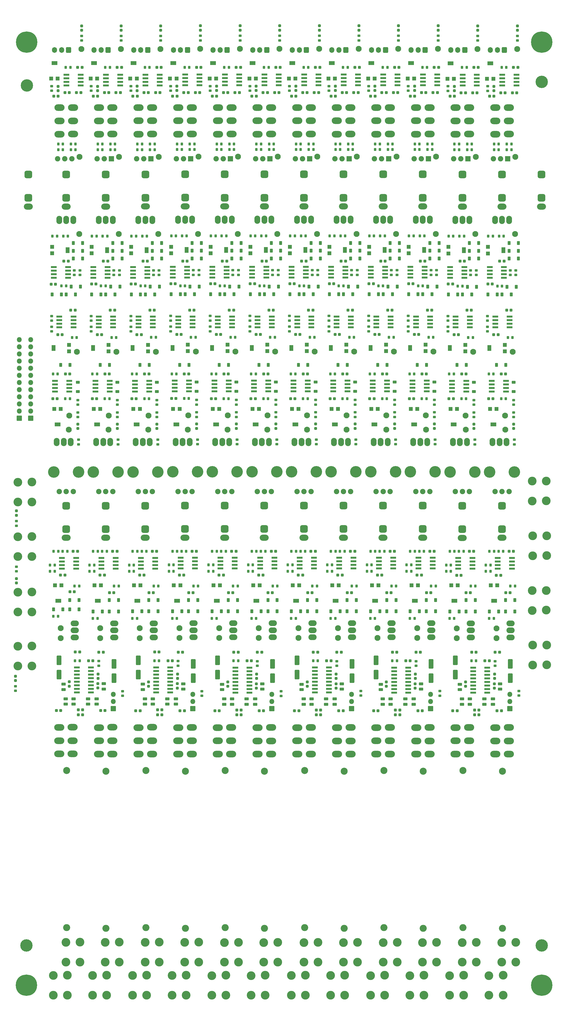
<source format=gbr>
%TF.GenerationSoftware,KiCad,Pcbnew,(6.0.7-1)-1*%
%TF.CreationDate,2024-04-18T03:27:55-04:00*%
%TF.ProjectId,EM_Harpsichord_Sustainer+Playback_V2.0,454d5f48-6172-4707-9369-63686f72645f,rev?*%
%TF.SameCoordinates,Original*%
%TF.FileFunction,Soldermask,Top*%
%TF.FilePolarity,Negative*%
%FSLAX46Y46*%
G04 Gerber Fmt 4.6, Leading zero omitted, Abs format (unit mm)*
G04 Created by KiCad (PCBNEW (6.0.7-1)-1) date 2024-04-18 03:27:55*
%MOMM*%
%LPD*%
G01*
G04 APERTURE LIST*
G04 Aperture macros list*
%AMRoundRect*
0 Rectangle with rounded corners*
0 $1 Rounding radius*
0 $2 $3 $4 $5 $6 $7 $8 $9 X,Y pos of 4 corners*
0 Add a 4 corners polygon primitive as box body*
4,1,4,$2,$3,$4,$5,$6,$7,$8,$9,$2,$3,0*
0 Add four circle primitives for the rounded corners*
1,1,$1+$1,$2,$3*
1,1,$1+$1,$4,$5*
1,1,$1+$1,$6,$7*
1,1,$1+$1,$8,$9*
0 Add four rect primitives between the rounded corners*
20,1,$1+$1,$2,$3,$4,$5,0*
20,1,$1+$1,$4,$5,$6,$7,0*
20,1,$1+$1,$6,$7,$8,$9,0*
20,1,$1+$1,$8,$9,$2,$3,0*%
G04 Aperture macros list end*
%ADD10RoundRect,0.275000X0.225000X0.250000X-0.225000X0.250000X-0.225000X-0.250000X0.225000X-0.250000X0*%
%ADD11RoundRect,0.250000X0.275000X-0.200000X0.275000X0.200000X-0.275000X0.200000X-0.275000X-0.200000X0*%
%ADD12RoundRect,0.050000X0.450000X0.600000X-0.450000X0.600000X-0.450000X-0.600000X0.450000X-0.600000X0*%
%ADD13RoundRect,0.050000X-0.450000X-0.600000X0.450000X-0.600000X0.450000X0.600000X-0.450000X0.600000X0*%
%ADD14C,3.100000*%
%ADD15RoundRect,0.275000X-0.250000X0.225000X-0.250000X-0.225000X0.250000X-0.225000X0.250000X0.225000X0*%
%ADD16C,2.100000*%
%ADD17RoundRect,0.050000X-0.650000X-0.650000X0.650000X-0.650000X0.650000X0.650000X-0.650000X0.650000X0*%
%ADD18RoundRect,0.050000X-1.000000X-0.650000X1.000000X-0.650000X1.000000X0.650000X-1.000000X0.650000X0*%
%ADD19RoundRect,0.300000X0.550000X-1.412500X0.550000X1.412500X-0.550000X1.412500X-0.550000X-1.412500X0*%
%ADD20C,4.400000*%
%ADD21RoundRect,0.250000X-0.275000X0.200000X-0.275000X-0.200000X0.275000X-0.200000X0.275000X0.200000X0*%
%ADD22RoundRect,0.250000X0.200000X0.275000X-0.200000X0.275000X-0.200000X-0.275000X0.200000X-0.275000X0*%
%ADD23RoundRect,0.250000X-0.200000X-0.275000X0.200000X-0.275000X0.200000X0.275000X-0.200000X0.275000X0*%
%ADD24RoundRect,0.212500X-0.825000X-0.162500X0.825000X-0.162500X0.825000X0.162500X-0.825000X0.162500X0*%
%ADD25RoundRect,0.200000X0.850000X0.150000X-0.850000X0.150000X-0.850000X-0.150000X0.850000X-0.150000X0*%
%ADD26RoundRect,0.050000X0.650000X0.650000X-0.650000X0.650000X-0.650000X-0.650000X0.650000X-0.650000X0*%
%ADD27RoundRect,0.050000X1.000000X0.650000X-1.000000X0.650000X-1.000000X-0.650000X1.000000X-0.650000X0*%
%ADD28RoundRect,0.275000X-0.225000X-0.250000X0.225000X-0.250000X0.225000X0.250000X-0.225000X0.250000X0*%
%ADD29O,2.100000X2.900000*%
%ADD30O,3.200000X2.200000*%
%ADD31RoundRect,0.700000X-0.650000X-0.650000X0.650000X-0.650000X0.650000X0.650000X-0.650000X0.650000X0*%
%ADD32O,3.600000X2.350000*%
%ADD33C,7.600000*%
%ADD34RoundRect,0.275000X0.250000X-0.225000X0.250000X0.225000X-0.250000X0.225000X-0.250000X-0.225000X0*%
%ADD35RoundRect,0.050000X0.900000X0.900000X-0.900000X0.900000X-0.900000X-0.900000X0.900000X-0.900000X0*%
%ADD36C,1.900000*%
%ADD37RoundRect,0.050000X0.850000X0.850000X-0.850000X0.850000X-0.850000X-0.850000X0.850000X-0.850000X0*%
%ADD38O,1.800000X1.800000*%
%ADD39O,2.900000X2.100000*%
%ADD40RoundRect,0.300000X0.600000X0.725000X-0.600000X0.725000X-0.600000X-0.725000X0.600000X-0.725000X0*%
%ADD41O,1.800000X2.050000*%
%ADD42C,2.500000*%
%ADD43O,2.500000X2.500000*%
%ADD44C,4.100000*%
%ADD45RoundRect,0.050000X-0.650000X0.650000X-0.650000X-0.650000X0.650000X-0.650000X0.650000X0.650000X0*%
%ADD46RoundRect,0.050000X-0.650000X1.000000X-0.650000X-1.000000X0.650000X-1.000000X0.650000X1.000000X0*%
%ADD47RoundRect,0.050000X0.600000X-0.450000X0.600000X0.450000X-0.600000X0.450000X-0.600000X-0.450000X0*%
%ADD48RoundRect,0.300000X-0.475000X0.250000X-0.475000X-0.250000X0.475000X-0.250000X0.475000X0.250000X0*%
%ADD49RoundRect,0.268750X0.256250X-0.218750X0.256250X0.218750X-0.256250X0.218750X-0.256250X-0.218750X0*%
%ADD50RoundRect,0.300000X0.475000X-0.250000X0.475000X0.250000X-0.475000X0.250000X-0.475000X-0.250000X0*%
%ADD51RoundRect,0.050000X0.650000X-0.650000X0.650000X0.650000X-0.650000X0.650000X-0.650000X-0.650000X0*%
%ADD52RoundRect,0.050000X0.650000X-1.000000X0.650000X1.000000X-0.650000X1.000000X-0.650000X-1.000000X0*%
G04 APERTURE END LIST*
D10*
%TO.C,CU116*%
X248825000Y-151538000D03*
X247275000Y-151538000D03*
%TD*%
D11*
%TO.C,R70*%
X127750000Y-190554264D03*
X127750000Y-188904264D03*
%TD*%
D12*
%TO.C,D93*%
X197150000Y-137200736D03*
X193850000Y-137200736D03*
%TD*%
D13*
%TO.C,D3*%
X97713500Y-124484500D03*
X101013500Y-124484500D03*
%TD*%
D14*
%TO.C,J66*%
X221953000Y-374777500D03*
X221953000Y-367777500D03*
X226953000Y-367677500D03*
X226953000Y-374777500D03*
%TD*%
D15*
%TO.C,C88*%
X134792000Y-272273250D03*
X134792000Y-273823250D03*
%TD*%
D16*
%TO.C,TP82*%
X254991727Y-88306288D03*
%TD*%
D17*
%TO.C,RV35*%
X149650000Y-177938736D03*
D18*
X148500000Y-183438736D03*
D17*
X147350000Y-177938736D03*
%TD*%
D19*
%TO.C,CU132*%
X233603000Y-272465000D03*
X233603000Y-267390000D03*
%TD*%
D20*
%TO.C,TP86*%
X264390000Y-368839000D03*
%TD*%
D21*
%TO.C,R181*%
X174638500Y-144885736D03*
X174638500Y-146535736D03*
%TD*%
D12*
%TO.C,D54*%
X171500000Y-121700736D03*
X168200000Y-121700736D03*
%TD*%
D16*
%TO.C,TP95*%
X152611224Y-185334500D03*
%TD*%
D14*
%TO.C,J61*%
X193794173Y-367769529D03*
X198794173Y-367669529D03*
X198794173Y-374769529D03*
X193794173Y-374769529D03*
%TD*%
D22*
%TO.C,R54*%
X110588500Y-174322500D03*
X108938500Y-174322500D03*
%TD*%
D23*
%TO.C,R165*%
X182758950Y-240931514D03*
X184408950Y-240931514D03*
%TD*%
D10*
%TO.C,C134*%
X240978000Y-264477500D03*
X239428000Y-264477500D03*
%TD*%
D24*
%TO.C,U93*%
X219612500Y-145095736D03*
X219612500Y-146365736D03*
X219612500Y-147635736D03*
X219612500Y-148905736D03*
X224687500Y-148905736D03*
X224687500Y-147635736D03*
X224687500Y-146365736D03*
X224687500Y-145095736D03*
%TD*%
D10*
%TO.C,CU6*%
X93788500Y-151522500D03*
X92238500Y-151522500D03*
%TD*%
D13*
%TO.C,D113*%
X224550000Y-118950736D03*
X227850000Y-118950736D03*
%TD*%
D16*
%TO.C,TP15*%
X107260500Y-255984500D03*
%TD*%
D10*
%TO.C,C85*%
X136585355Y-264513750D03*
X135035355Y-264513750D03*
%TD*%
%TO.C,CU35*%
X140675000Y-142800000D03*
X139125000Y-142800000D03*
%TD*%
D23*
%TO.C,R36*%
X112222450Y-240965278D03*
X113872450Y-240965278D03*
%TD*%
%TO.C,R145*%
X146675000Y-116450736D03*
X148325000Y-116450736D03*
%TD*%
D24*
%TO.C,U25*%
X121809500Y-230942278D03*
X121809500Y-232212278D03*
X121809500Y-233482278D03*
X121809500Y-234752278D03*
X126884500Y-234752278D03*
X126884500Y-233482278D03*
X126884500Y-232212278D03*
X126884500Y-230942278D03*
%TD*%
D10*
%TO.C,CU40*%
X137022000Y-237068014D03*
X135472000Y-237068014D03*
%TD*%
D21*
%TO.C,R302*%
X255150000Y-128675000D03*
X255150000Y-130325000D03*
%TD*%
D22*
%TO.C,R150*%
X153102505Y-56450736D03*
X151452505Y-56450736D03*
%TD*%
D14*
%TO.C,J14*%
X100113500Y-367634500D03*
X95113500Y-374734500D03*
X95113500Y-367734500D03*
X100113500Y-374734500D03*
%TD*%
D22*
%TO.C,R85*%
X134572000Y-252450000D03*
X132922000Y-252450000D03*
%TD*%
D11*
%TO.C,R252*%
X226450000Y-190525736D03*
X226450000Y-188875736D03*
%TD*%
D21*
%TO.C,R40*%
X114710005Y-45272500D03*
X114710005Y-46922500D03*
%TD*%
D19*
%TO.C,CU124*%
X120839000Y-272435750D03*
X120839000Y-267360750D03*
%TD*%
D25*
%TO.C,U507*%
X244978000Y-278855500D03*
X244978000Y-277585500D03*
X244978000Y-276315500D03*
X244978000Y-275045500D03*
X244978000Y-273775500D03*
X244978000Y-272505500D03*
X244978000Y-271235500D03*
X244978000Y-269965500D03*
X239978000Y-269965500D03*
X239978000Y-271235500D03*
X239978000Y-272505500D03*
X239978000Y-273775500D03*
X239978000Y-275045500D03*
X239978000Y-276315500D03*
X239978000Y-277585500D03*
X239978000Y-278855500D03*
%TD*%
D23*
%TO.C,R136*%
X148772000Y-83700736D03*
X150422000Y-83700736D03*
%TD*%
D22*
%TO.C,R134*%
X150422000Y-85700736D03*
X148772000Y-85700736D03*
%TD*%
D10*
%TO.C,CU34*%
X134011500Y-133465500D03*
X132461500Y-133465500D03*
%TD*%
%TO.C,CU2*%
X96299005Y-65484500D03*
X94749005Y-65484500D03*
%TD*%
%TO.C,CU33*%
X138212500Y-125355000D03*
X136662500Y-125355000D03*
%TD*%
D26*
%TO.C,RV14*%
X118000000Y-60479264D03*
D27*
X119150000Y-54979264D03*
D26*
X120300000Y-60479264D03*
%TD*%
D22*
%TO.C,R5*%
X95785500Y-116484500D03*
X94135500Y-116484500D03*
%TD*%
D28*
%TO.C,C45*%
X147171505Y-66700736D03*
X148721505Y-66700736D03*
%TD*%
D29*
%TO.C,SW18*%
X167300000Y-189700736D03*
X164800000Y-189700736D03*
X162300000Y-189700736D03*
%TD*%
D10*
%TO.C,CU14*%
X105775000Y-133500000D03*
X104225000Y-133500000D03*
%TD*%
D30*
%TO.C,J46*%
X250247000Y-105980000D03*
D31*
X250247000Y-94580000D03*
X250247000Y-102880000D03*
%TD*%
D32*
%TO.C,SW106*%
X120939000Y-291298250D03*
X120939000Y-295998250D03*
X120939000Y-300698250D03*
X125739000Y-291198250D03*
X125739000Y-295998250D03*
X125739000Y-300698250D03*
%TD*%
D10*
%TO.C,CU120*%
X249772000Y-237118014D03*
X248222000Y-237118014D03*
%TD*%
D33*
%TO.C,TP89*%
X81038500Y-382936000D03*
%TD*%
D12*
%TO.C,D138*%
X256050000Y-121750000D03*
X252750000Y-121750000D03*
%TD*%
D34*
%TO.C,C28*%
X127450000Y-184904264D03*
X127450000Y-183354264D03*
%TD*%
D22*
%TO.C,R14*%
X96538500Y-174322500D03*
X94888500Y-174322500D03*
%TD*%
D35*
%TO.C,D109*%
X224047000Y-88950736D03*
D36*
X221507000Y-88950736D03*
X218967000Y-88950736D03*
%TD*%
D16*
%TO.C,TP13*%
X113063500Y-157634500D03*
%TD*%
D11*
%TO.C,R303*%
X253150000Y-130325000D03*
X253150000Y-128675000D03*
%TD*%
%TO.C,R284*%
X230988500Y-150395736D03*
X230988500Y-148745736D03*
%TD*%
%TO.C,R310*%
X245088500Y-150395000D03*
X245088500Y-148745000D03*
%TD*%
D23*
%TO.C,R20*%
X93964486Y-228602514D03*
X95614486Y-228602514D03*
%TD*%
D37*
%TO.C,J59*%
X196669173Y-284569529D03*
D38*
X196669173Y-282029529D03*
X196669173Y-279489529D03*
%TD*%
D32*
%TO.C,SW24*%
X125747000Y-80179264D03*
X125747000Y-75479264D03*
X125747000Y-70779264D03*
X120947000Y-80279264D03*
X120947000Y-75479264D03*
X120947000Y-70779264D03*
%TD*%
D10*
%TO.C,CU43*%
X166412500Y-125355736D03*
X164862500Y-125355736D03*
%TD*%
%TO.C,CU47*%
X166975000Y-165488736D03*
X165425000Y-165488736D03*
%TD*%
D12*
%TO.C,D142*%
X255300000Y-134500000D03*
X252000000Y-134500000D03*
%TD*%
D39*
%TO.C,SW26*%
X182797000Y-254200736D03*
X182797000Y-256700736D03*
X182797000Y-259200736D03*
%TD*%
D17*
%TO.C,RV31*%
X149900000Y-240700736D03*
D18*
X148750000Y-246200736D03*
D17*
X147600000Y-240700736D03*
%TD*%
D16*
%TO.C,TP20*%
X127150000Y-157629264D03*
%TD*%
D22*
%TO.C,R116*%
X161600986Y-233450736D03*
X159950986Y-233450736D03*
%TD*%
D40*
%TO.C,J47*%
X251096505Y-50313000D03*
D41*
X248596505Y-50313000D03*
X246096505Y-50313000D03*
%TD*%
D16*
%TO.C,TP85*%
X248247000Y-256000000D03*
%TD*%
D12*
%TO.C,D96*%
X195200000Y-162288736D03*
X191900000Y-162288736D03*
%TD*%
D28*
%TO.C,C11*%
X103163500Y-267534500D03*
X104713500Y-267534500D03*
%TD*%
D24*
%TO.C,U14*%
X105576000Y-167963500D03*
X105576000Y-169233500D03*
X105576000Y-170503500D03*
X105576000Y-171773500D03*
X110651000Y-171773500D03*
X110651000Y-170503500D03*
X110651000Y-169233500D03*
X110651000Y-167963500D03*
%TD*%
%TO.C,U103*%
X233712500Y-145145736D03*
X233712500Y-146415736D03*
X233712500Y-147685736D03*
X233712500Y-148955736D03*
X238787500Y-148955736D03*
X238787500Y-147685736D03*
X238787500Y-146415736D03*
X238787500Y-145145736D03*
%TD*%
D23*
%TO.C,R288*%
X231434000Y-165538736D03*
X233084000Y-165538736D03*
%TD*%
D17*
%TO.C,RV6*%
X93513500Y-240734500D03*
D18*
X92363500Y-246234500D03*
D17*
X91213500Y-240734500D03*
%TD*%
D23*
%TO.C,R292*%
X247422000Y-83750000D03*
X249072000Y-83750000D03*
%TD*%
D11*
%TO.C,R101*%
X132346505Y-64775000D03*
X132346505Y-63125000D03*
%TD*%
D23*
%TO.C,R294*%
X245750986Y-228618014D03*
X247400986Y-228618014D03*
%TD*%
%TO.C,R48*%
X107588500Y-134234500D03*
X109238500Y-134234500D03*
%TD*%
D16*
%TO.C,TP28*%
X135497000Y-259450000D03*
%TD*%
D20*
%TO.C,TP92*%
X81038500Y-368839000D03*
%TD*%
D29*
%TO.C,SW40*%
X252747000Y-110750000D03*
X250247000Y-110750000D03*
X247747000Y-110750000D03*
%TD*%
D22*
%TO.C,R213*%
X211272000Y-83700736D03*
X209622000Y-83700736D03*
%TD*%
D12*
%TO.C,D75*%
X184350000Y-245950736D03*
X181050000Y-245950736D03*
%TD*%
D34*
%TO.C,C131*%
X219328000Y-277285500D03*
X219328000Y-275735500D03*
%TD*%
D21*
%TO.C,R322*%
X191469173Y-267677529D03*
X191469173Y-269327529D03*
%TD*%
D23*
%TO.C,R73*%
X121675000Y-134229264D03*
X123325000Y-134229264D03*
%TD*%
D13*
%TO.C,D28*%
X124600000Y-249979264D03*
X127900000Y-249979264D03*
%TD*%
D10*
%TO.C,C113*%
X193705673Y-285319529D03*
X192155673Y-285319529D03*
%TD*%
D26*
%TO.C,RV62*%
X230800000Y-60500736D03*
D27*
X231950000Y-55000736D03*
D26*
X233100000Y-60500736D03*
%TD*%
D10*
%TO.C,CU4*%
X91390000Y-133639500D03*
X89840000Y-133639500D03*
%TD*%
D11*
%TO.C,R100*%
X141600000Y-180825000D03*
X141600000Y-179175000D03*
%TD*%
D34*
%TO.C,C19*%
X106488500Y-277242500D03*
X106488500Y-275692500D03*
%TD*%
%TO.C,C40*%
X169800000Y-184875736D03*
X169800000Y-183325736D03*
%TD*%
D24*
%TO.C,U55*%
X150059500Y-230913750D03*
X150059500Y-232183750D03*
X150059500Y-233453750D03*
X150059500Y-234723750D03*
X155134500Y-234723750D03*
X155134500Y-233453750D03*
X155134500Y-232183750D03*
X155134500Y-230913750D03*
%TD*%
D15*
%TO.C,C32*%
X142946505Y-41688000D03*
X142946505Y-43238000D03*
%TD*%
D10*
%TO.C,CU90*%
X207472000Y-237068750D03*
X205922000Y-237068750D03*
%TD*%
D28*
%TO.C,C60*%
X197502504Y-65450736D03*
X199052504Y-65450736D03*
%TD*%
D34*
%TO.C,C143*%
X247478000Y-277285500D03*
X247478000Y-275735500D03*
%TD*%
D11*
%TO.C,R279*%
X240250000Y-176475736D03*
X240250000Y-174825736D03*
%TD*%
D23*
%TO.C,R107*%
X167372000Y-85700736D03*
X169022000Y-85700736D03*
%TD*%
D11*
%TO.C,R4*%
X90060005Y-64809500D03*
X90060005Y-63159500D03*
%TD*%
D12*
%TO.C,D5*%
X98513500Y-137234500D03*
X95213500Y-137234500D03*
%TD*%
D19*
%TO.C,CU125*%
X168578000Y-273748000D03*
X168578000Y-268673000D03*
%TD*%
%TO.C,CU130*%
X205453000Y-272465000D03*
X205453000Y-267390000D03*
%TD*%
D22*
%TO.C,R220*%
X203850986Y-233450736D03*
X202200986Y-233450736D03*
%TD*%
D13*
%TO.C,D98*%
X203450000Y-249950736D03*
X206750000Y-249950736D03*
%TD*%
D11*
%TO.C,R173*%
X182700000Y-130275736D03*
X182700000Y-128625736D03*
%TD*%
D16*
%TO.C,TP37*%
X156200000Y-115700736D03*
%TD*%
D24*
%TO.C,U61*%
X179859005Y-59045736D03*
X179859005Y-60315736D03*
X179859005Y-61585736D03*
X179859005Y-62855736D03*
X184934005Y-62855736D03*
X184934005Y-61585736D03*
X184934005Y-60315736D03*
X184934005Y-59045736D03*
%TD*%
D14*
%TO.C,J68*%
X203453000Y-386527500D03*
X208453000Y-379427500D03*
X203453000Y-379527500D03*
X208453000Y-386527500D03*
%TD*%
D11*
%TO.C,R258*%
X216888500Y-150345736D03*
X216888500Y-148695736D03*
%TD*%
D42*
%TO.C,DNP9*%
X222203000Y-306837500D03*
D43*
X222203000Y-362717500D03*
%TD*%
D12*
%TO.C,D63*%
X156150000Y-245950736D03*
X152850000Y-245950736D03*
%TD*%
D44*
%TO.C,RV22*%
X133100000Y-200338000D03*
X141900000Y-200338000D03*
D36*
X140000000Y-207338000D03*
X137500000Y-207338000D03*
X135000000Y-207338000D03*
%TD*%
D23*
%TO.C,R289*%
X251922000Y-85750000D03*
X253572000Y-85750000D03*
%TD*%
D45*
%TO.C,RV18*%
X124347000Y-157467264D03*
D46*
X118847000Y-156317264D03*
D45*
X124347000Y-155167264D03*
%TD*%
D47*
%TO.C,D35*%
X127450000Y-171767264D03*
X127450000Y-168467264D03*
%TD*%
D23*
%TO.C,R125*%
X164025000Y-134200736D03*
X165675000Y-134200736D03*
%TD*%
D35*
%TO.C,D85*%
X195846999Y-88950736D03*
D36*
X193306999Y-88950736D03*
X190766999Y-88950736D03*
%TD*%
D28*
%TO.C,C123*%
X216003000Y-267577500D03*
X217553000Y-267577500D03*
%TD*%
D48*
%TO.C,FB9*%
X151378000Y-281127500D03*
X151378000Y-283027500D03*
%TD*%
D23*
%TO.C,R133*%
X153272000Y-85700736D03*
X154922000Y-85700736D03*
%TD*%
D30*
%TO.C,J48*%
X250198500Y-223818000D03*
D31*
X250198500Y-212418000D03*
X250198500Y-220718000D03*
%TD*%
D10*
%TO.C,CU36*%
X136075000Y-151488000D03*
X134525000Y-151488000D03*
%TD*%
D42*
%TO.C,DNP6*%
X151753000Y-306587500D03*
D43*
X151753000Y-362467500D03*
%TD*%
D32*
%TO.C,SW104*%
X238547000Y-80200736D03*
X238547000Y-75500736D03*
X238547000Y-70800736D03*
X233747000Y-80300736D03*
X233747000Y-75500736D03*
X233747000Y-70800736D03*
%TD*%
D10*
%TO.C,CU72*%
X180885505Y-65450736D03*
X179335505Y-65450736D03*
%TD*%
D19*
%TO.C,CU11*%
X112188500Y-273705000D03*
X112188500Y-268630000D03*
%TD*%
D16*
%TO.C,TP36*%
X163697000Y-255950736D03*
%TD*%
D30*
%TO.C,J21*%
X123298500Y-223797264D03*
D31*
X123298500Y-212397264D03*
X123298500Y-220697264D03*
%TD*%
D10*
%TO.C,CU32*%
X124435505Y-65479264D03*
X122885505Y-65479264D03*
%TD*%
D13*
%TO.C,D43*%
X140000000Y-124450000D03*
X143300000Y-124450000D03*
%TD*%
D12*
%TO.C,D106*%
X213000000Y-134450736D03*
X209700000Y-134450736D03*
%TD*%
D23*
%TO.C,R138*%
X147100986Y-228568750D03*
X148750986Y-228568750D03*
%TD*%
D10*
%TO.C,CU118*%
X247014000Y-174338000D03*
X245464000Y-174338000D03*
%TD*%
D29*
%TO.C,SW23*%
X182297000Y-110700736D03*
X179797000Y-110700736D03*
X177297000Y-110700736D03*
%TD*%
D23*
%TO.C,R177*%
X178125000Y-134200736D03*
X179775000Y-134200736D03*
%TD*%
%TO.C,R312*%
X252325000Y-152550000D03*
X253975000Y-152550000D03*
%TD*%
D24*
%TO.C,U94*%
X218362500Y-167929736D03*
X218362500Y-169199736D03*
X218362500Y-170469736D03*
X218362500Y-171739736D03*
X223437500Y-171739736D03*
X223437500Y-170469736D03*
X223437500Y-169199736D03*
X223437500Y-167929736D03*
%TD*%
%TO.C,U22*%
X118962500Y-127479264D03*
X118962500Y-128749264D03*
X118962500Y-130019264D03*
X118962500Y-131289264D03*
X124037500Y-131289264D03*
X124037500Y-130019264D03*
X124037500Y-128749264D03*
X124037500Y-127479264D03*
%TD*%
D12*
%TO.C,D69*%
X154900000Y-137200736D03*
X151600000Y-137200736D03*
%TD*%
D10*
%TO.C,CU89*%
X211972000Y-228568750D03*
X210422000Y-228568750D03*
%TD*%
D16*
%TO.C,TP94*%
X166729405Y-185334500D03*
%TD*%
D22*
%TO.C,R313*%
X251575000Y-174338000D03*
X249925000Y-174338000D03*
%TD*%
D28*
%TO.C,C24*%
X112916005Y-65484500D03*
X114466005Y-65484500D03*
%TD*%
D17*
%TO.C,RV67*%
X248550000Y-240750000D03*
D18*
X247400000Y-246250000D03*
D17*
X246250000Y-240750000D03*
%TD*%
D12*
%TO.C,D56*%
X164000000Y-137200736D03*
X160700000Y-137200736D03*
%TD*%
D24*
%TO.C,U32*%
X133112500Y-127450000D03*
X133112500Y-128720000D03*
X133112500Y-129990000D03*
X133112500Y-131260000D03*
X138187500Y-131260000D03*
X138187500Y-129990000D03*
X138187500Y-128720000D03*
X138187500Y-127450000D03*
%TD*%
D13*
%TO.C,D137*%
X252750000Y-119000000D03*
X256050000Y-119000000D03*
%TD*%
D30*
%TO.C,J18*%
X109212000Y-223802500D03*
D31*
X109212000Y-212402500D03*
X109212000Y-220702500D03*
%TD*%
D29*
%TO.C,SW17*%
X168197000Y-110700736D03*
X165697000Y-110700736D03*
X163197000Y-110700736D03*
%TD*%
D12*
%TO.C,D140*%
X248550000Y-137250000D03*
X245250000Y-137250000D03*
%TD*%
D23*
%TO.C,R210*%
X189134000Y-165488736D03*
X190784000Y-165488736D03*
%TD*%
D10*
%TO.C,CU73*%
X194562500Y-125355736D03*
X193012500Y-125355736D03*
%TD*%
%TO.C,C121*%
X221199354Y-264543000D03*
X219649354Y-264543000D03*
%TD*%
D17*
%TO.C,RV41*%
X177850000Y-177938736D03*
D18*
X176700000Y-183438736D03*
D17*
X175550000Y-177938736D03*
%TD*%
D10*
%TO.C,C110*%
X184669173Y-264469529D03*
X183119173Y-264469529D03*
%TD*%
D37*
%TO.C,J69*%
X252978000Y-284577500D03*
D38*
X252978000Y-282037500D03*
X252978000Y-279497500D03*
%TD*%
D16*
%TO.C,TP61*%
X212691727Y-88257024D03*
%TD*%
D21*
%TO.C,R91*%
X142946505Y-45238000D03*
X142946505Y-46888000D03*
%TD*%
D37*
%TO.C,J64*%
X224828000Y-284577500D03*
D38*
X224828000Y-282037500D03*
X224828000Y-279497500D03*
%TD*%
D14*
%TO.C,J52*%
X128339000Y-367648250D03*
X123339000Y-367748250D03*
X128339000Y-374748250D03*
X123339000Y-374748250D03*
%TD*%
D13*
%TO.C,D10*%
X90713500Y-249234500D03*
X94013500Y-249234500D03*
%TD*%
D23*
%TO.C,R243*%
X225008950Y-240931514D03*
X226658950Y-240931514D03*
%TD*%
D15*
%TO.C,C100*%
X162956000Y-272302500D03*
X162956000Y-273852500D03*
%TD*%
D32*
%TO.C,SW305*%
X191541173Y-291342029D03*
X191541173Y-296042029D03*
X191541173Y-300742029D03*
X196341173Y-291242029D03*
X196341173Y-296042029D03*
X196341173Y-300742029D03*
%TD*%
D24*
%TO.C,U15*%
X107723000Y-230947514D03*
X107723000Y-232217514D03*
X107723000Y-233487514D03*
X107723000Y-234757514D03*
X112798000Y-234757514D03*
X112798000Y-233487514D03*
X112798000Y-232217514D03*
X112798000Y-230947514D03*
%TD*%
D23*
%TO.C,R263*%
X237822000Y-85750736D03*
X239472000Y-85750736D03*
%TD*%
D45*
%TO.C,RV42*%
X180797000Y-157438736D03*
D46*
X175297000Y-156288736D03*
D45*
X180797000Y-155138736D03*
%TD*%
D10*
%TO.C,CU97*%
X223325000Y-165488736D03*
X221775000Y-165488736D03*
%TD*%
D16*
%TO.C,TP33*%
X170441727Y-88257024D03*
%TD*%
%TO.C,TP96*%
X180847586Y-185334500D03*
%TD*%
D21*
%TO.C,R198*%
X198750000Y-128625736D03*
X198750000Y-130275736D03*
%TD*%
D22*
%TO.C,R246*%
X217950986Y-233450736D03*
X216300986Y-233450736D03*
%TD*%
D16*
%TO.C,TP52*%
X199228990Y-49893979D03*
%TD*%
D24*
%TO.C,U23*%
X120912500Y-145124264D03*
X120912500Y-146394264D03*
X120912500Y-147664264D03*
X120912500Y-148934264D03*
X125987500Y-148934264D03*
X125987500Y-147664264D03*
X125987500Y-146394264D03*
X125987500Y-145124264D03*
%TD*%
D23*
%TO.C,R26*%
X92385500Y-83734500D03*
X94035500Y-83734500D03*
%TD*%
D13*
%TO.C,D134*%
X245750000Y-250000000D03*
X249050000Y-250000000D03*
%TD*%
D34*
%TO.C,C65*%
X205046505Y-64725736D03*
X205046505Y-63175736D03*
%TD*%
D23*
%TO.C,R317*%
X126589000Y-267548250D03*
X128239000Y-267548250D03*
%TD*%
D11*
%TO.C,R257*%
X216896505Y-64775736D03*
X216896505Y-63125736D03*
%TD*%
D10*
%TO.C,CU65*%
X182975000Y-142800736D03*
X181425000Y-142800736D03*
%TD*%
D24*
%TO.C,U5*%
X93673000Y-230947514D03*
X93673000Y-232217514D03*
X93673000Y-233487514D03*
X93673000Y-234757514D03*
X98748000Y-234757514D03*
X98748000Y-233487514D03*
X98748000Y-232217514D03*
X98748000Y-230947514D03*
%TD*%
D14*
%TO.C,J60*%
X194294173Y-386519529D03*
X189294173Y-379519529D03*
X189294173Y-386519529D03*
X194294173Y-379419529D03*
%TD*%
D44*
%TO.C,RV52*%
X212350000Y-200338736D03*
X203550000Y-200338736D03*
D36*
X210450000Y-207338736D03*
X207950000Y-207338736D03*
X205450000Y-207338736D03*
%TD*%
D23*
%TO.C,R104*%
X139575000Y-152500000D03*
X141225000Y-152500000D03*
%TD*%
D28*
%TO.C,C69*%
X217621505Y-66700736D03*
X219171505Y-66700736D03*
%TD*%
D16*
%TO.C,TP24*%
X142878991Y-49893243D03*
%TD*%
D10*
%TO.C,CU99*%
X226072000Y-228568750D03*
X224522000Y-228568750D03*
%TD*%
D12*
%TO.C,D32*%
X121650000Y-137229264D03*
X118350000Y-137229264D03*
%TD*%
D21*
%TO.C,R250*%
X226950000Y-128625736D03*
X226950000Y-130275736D03*
%TD*%
D15*
%TO.C,C124*%
X219406000Y-272302500D03*
X219406000Y-273852500D03*
%TD*%
D47*
%TO.C,D131*%
X240250000Y-171788736D03*
X240250000Y-168488736D03*
%TD*%
D10*
%TO.C,C86*%
X128214000Y-264448250D03*
X126664000Y-264448250D03*
%TD*%
D28*
%TO.C,C92*%
X119950500Y-285298250D03*
X121500500Y-285298250D03*
%TD*%
D29*
%TO.C,SW3*%
X97710500Y-110734500D03*
X95210500Y-110734500D03*
X92710500Y-110734500D03*
%TD*%
D16*
%TO.C,TP65*%
X226650000Y-115700736D03*
%TD*%
%TO.C,TP56*%
X191847000Y-259450736D03*
%TD*%
D10*
%TO.C,CU59*%
X155622000Y-228568750D03*
X154072000Y-228568750D03*
%TD*%
D36*
%TO.C,D12*%
X97210500Y-88984500D03*
X94670500Y-88984500D03*
X92130500Y-88984500D03*
%TD*%
D16*
%TO.C,TP45*%
X185178991Y-49893979D03*
%TD*%
D21*
%TO.C,R318*%
X143488500Y-278359500D03*
X143488500Y-280009500D03*
%TD*%
D29*
%TO.C,SW13*%
X139997000Y-110700000D03*
X137497000Y-110700000D03*
X134997000Y-110700000D03*
%TD*%
D10*
%TO.C,CU122*%
X251335505Y-65500000D03*
X249785505Y-65500000D03*
%TD*%
D11*
%TO.C,R75*%
X118196505Y-64804264D03*
X118196505Y-63154264D03*
%TD*%
D12*
%TO.C,D99*%
X212500000Y-245950736D03*
X209200000Y-245950736D03*
%TD*%
D22*
%TO.C,R39*%
X105164486Y-233484500D03*
X103514486Y-233484500D03*
%TD*%
D30*
%TO.C,J34*%
X193846999Y-105930736D03*
D31*
X193846999Y-94530736D03*
X193846999Y-102830736D03*
%TD*%
D12*
%TO.C,D82*%
X184850000Y-134450736D03*
X181550000Y-134450736D03*
%TD*%
D23*
%TO.C,R260*%
X224125000Y-152500736D03*
X225775000Y-152500736D03*
%TD*%
D16*
%TO.C,TP79*%
X254850000Y-115750000D03*
%TD*%
%TO.C,TP38*%
X156978991Y-49893979D03*
%TD*%
D10*
%TO.C,CU13*%
X109976000Y-125389500D03*
X108426000Y-125389500D03*
%TD*%
D23*
%TO.C,R216*%
X203450986Y-228568750D03*
X205100986Y-228568750D03*
%TD*%
D10*
%TO.C,CU52*%
X166785505Y-65450736D03*
X165235505Y-65450736D03*
%TD*%
D29*
%TO.C,SW28*%
X195450000Y-189700736D03*
X192950000Y-189700736D03*
X190450000Y-189700736D03*
%TD*%
D28*
%TO.C,C2*%
X90785005Y-66734500D03*
X92335005Y-66734500D03*
%TD*%
D16*
%TO.C,TP72*%
X240750000Y-115750736D03*
%TD*%
D10*
%TO.C,C91*%
X129250500Y-285013750D03*
X127700500Y-285013750D03*
%TD*%
D23*
%TO.C,R110*%
X162872000Y-83700736D03*
X164522000Y-83700736D03*
%TD*%
%TO.C,R6*%
X90288500Y-116484500D03*
X91938500Y-116484500D03*
%TD*%
D11*
%TO.C,R102*%
X132338500Y-150345000D03*
X132338500Y-148695000D03*
%TD*%
D30*
%TO.C,J42*%
X221998500Y-223768736D03*
D31*
X221998500Y-212368736D03*
X221998500Y-220668736D03*
%TD*%
D49*
%TO.C,D145*%
X77500000Y-215787500D03*
X77500000Y-214212500D03*
%TD*%
D12*
%TO.C,D111*%
X226600000Y-245950736D03*
X223300000Y-245950736D03*
%TD*%
D28*
%TO.C,C55*%
X195147807Y-243323547D03*
X196697807Y-243323547D03*
%TD*%
D17*
%TO.C,RV13*%
X121650000Y-240729264D03*
D18*
X120500000Y-246229264D03*
D17*
X119350000Y-240729264D03*
%TD*%
D26*
%TO.C,RV32*%
X146250000Y-60450736D03*
D27*
X147400000Y-54950736D03*
D26*
X148550000Y-60450736D03*
%TD*%
D13*
%TO.C,D127*%
X238650000Y-124500736D03*
X241950000Y-124500736D03*
%TD*%
D23*
%TO.C,R182*%
X181875000Y-152500736D03*
X183525000Y-152500736D03*
%TD*%
D40*
%TO.C,J20*%
X124196505Y-50292264D03*
D41*
X121696505Y-50292264D03*
X119196505Y-50292264D03*
%TD*%
D24*
%TO.C,U24*%
X119662500Y-167958264D03*
X119662500Y-169228264D03*
X119662500Y-170498264D03*
X119662500Y-171768264D03*
X124737500Y-171768264D03*
X124737500Y-170498264D03*
X124737500Y-169228264D03*
X124737500Y-167958264D03*
%TD*%
D30*
%TO.C,J43*%
X236147000Y-105980736D03*
D31*
X236147000Y-94580736D03*
X236147000Y-102880736D03*
%TD*%
D45*
%TO.C,RV60*%
X223047000Y-157438736D03*
D46*
X217547000Y-156288736D03*
D45*
X223047000Y-155138736D03*
%TD*%
D24*
%TO.C,U73*%
X191412500Y-145095736D03*
X191412500Y-146365736D03*
X191412500Y-147635736D03*
X191412500Y-148905736D03*
X196487500Y-148905736D03*
X196487500Y-147635736D03*
X196487500Y-146365736D03*
X196487500Y-145095736D03*
%TD*%
D11*
%TO.C,R15*%
X99313500Y-180859500D03*
X99313500Y-179209500D03*
%TD*%
D14*
%TO.C,J9*%
X266100000Y-262000000D03*
X266100000Y-269000000D03*
X261100000Y-262000000D03*
X261100000Y-269100000D03*
%TD*%
D23*
%TO.C,R197*%
X188925000Y-116450736D03*
X190575000Y-116450736D03*
%TD*%
D10*
%TO.C,CU93*%
X222762500Y-125355736D03*
X221212500Y-125355736D03*
%TD*%
D50*
%TO.C,C130*%
X207103000Y-277802500D03*
X207103000Y-275902500D03*
%TD*%
D21*
%TO.C,R66*%
X128796505Y-45267264D03*
X128796505Y-46917264D03*
%TD*%
D13*
%TO.C,D77*%
X182300000Y-118950736D03*
X185600000Y-118950736D03*
%TD*%
D12*
%TO.C,D141*%
X253550000Y-137250000D03*
X250250000Y-137250000D03*
%TD*%
D22*
%TO.C,R98*%
X139002505Y-56450000D03*
X137352505Y-56450000D03*
%TD*%
D16*
%TO.C,TP26*%
X142241727Y-88256288D03*
%TD*%
D24*
%TO.C,U2*%
X90826000Y-127484500D03*
X90826000Y-128754500D03*
X90826000Y-130024500D03*
X90826000Y-131294500D03*
X95901000Y-131294500D03*
X95901000Y-130024500D03*
X95901000Y-128754500D03*
X95901000Y-127484500D03*
%TD*%
D22*
%TO.C,R22*%
X92285500Y-251734500D03*
X90635500Y-251734500D03*
%TD*%
D21*
%TO.C,R143*%
X157046505Y-45238736D03*
X157046505Y-46888736D03*
%TD*%
D31*
%TO.C,JA1_in1*%
X81713500Y-102864500D03*
D30*
X81713500Y-105964500D03*
D31*
X81713500Y-94564500D03*
%TD*%
D24*
%TO.C,U95*%
X220509500Y-230913750D03*
X220509500Y-232183750D03*
X220509500Y-233453750D03*
X220509500Y-234723750D03*
X225584500Y-234723750D03*
X225584500Y-233453750D03*
X225584500Y-232183750D03*
X225584500Y-230913750D03*
%TD*%
D21*
%TO.C,R273*%
X241596505Y-45288736D03*
X241596505Y-46938736D03*
%TD*%
D23*
%TO.C,R323*%
X183044173Y-267569529D03*
X184694173Y-267569529D03*
%TD*%
D10*
%TO.C,C125*%
X221864500Y-285327500D03*
X220314500Y-285327500D03*
%TD*%
D16*
%TO.C,TP18*%
X124450000Y-180317264D03*
%TD*%
D10*
%TO.C,CU9*%
X99235500Y-228602514D03*
X97685500Y-228602514D03*
%TD*%
D12*
%TO.C,D92*%
X192150000Y-137200736D03*
X188850000Y-137200736D03*
%TD*%
D11*
%TO.C,R50*%
X104110005Y-64809500D03*
X104110005Y-63159500D03*
%TD*%
D16*
%TO.C,TP51*%
X198450000Y-115700736D03*
%TD*%
D14*
%TO.C,J2*%
X83000000Y-211034500D03*
X83000000Y-203934500D03*
X78000000Y-204034500D03*
X78000000Y-211034500D03*
%TD*%
D10*
%TO.C,CU62*%
X152685505Y-65450736D03*
X151135505Y-65450736D03*
%TD*%
D11*
%TO.C,R305*%
X254350000Y-176475000D03*
X254350000Y-174825000D03*
%TD*%
D12*
%TO.C,D81*%
X183100000Y-137200736D03*
X179800000Y-137200736D03*
%TD*%
D22*
%TO.C,R67*%
X123922000Y-116479264D03*
X122272000Y-116479264D03*
%TD*%
%TO.C,R24*%
X94035500Y-85734500D03*
X92385500Y-85734500D03*
%TD*%
D16*
%TO.C,TP70*%
X220047000Y-259450736D03*
%TD*%
D11*
%TO.C,R9*%
X98113500Y-130309500D03*
X98113500Y-128659500D03*
%TD*%
D22*
%TO.C,R131*%
X167025000Y-174288736D03*
X165375000Y-174288736D03*
%TD*%
D10*
%TO.C,CU20*%
X108785500Y-237102514D03*
X107235500Y-237102514D03*
%TD*%
D16*
%TO.C,TP25*%
X138600000Y-180288000D03*
%TD*%
D13*
%TO.C,D50*%
X161200000Y-249950736D03*
X164500000Y-249950736D03*
%TD*%
D10*
%TO.C,CU49*%
X169722000Y-228568750D03*
X168172000Y-228568750D03*
%TD*%
D24*
%TO.C,U114*%
X246562500Y-167979000D03*
X246562500Y-169249000D03*
X246562500Y-170519000D03*
X246562500Y-171789000D03*
X251637500Y-171789000D03*
X251637500Y-170519000D03*
X251637500Y-169249000D03*
X251637500Y-167979000D03*
%TD*%
D32*
%TO.C,SW84*%
X210347000Y-80150736D03*
X210347000Y-75450736D03*
X210347000Y-70750736D03*
X205547000Y-80250736D03*
X205547000Y-75450736D03*
X205547000Y-70750736D03*
%TD*%
D14*
%TO.C,J65*%
X222453000Y-386527500D03*
X217453000Y-379527500D03*
X222453000Y-379427500D03*
X217453000Y-386527500D03*
%TD*%
D10*
%TO.C,CU92*%
X209035505Y-65450736D03*
X207485505Y-65450736D03*
%TD*%
D11*
%TO.C,R225*%
X210850000Y-130275736D03*
X210850000Y-128625736D03*
%TD*%
D13*
%TO.C,D17*%
X111763500Y-118984500D03*
X115063500Y-118984500D03*
%TD*%
D22*
%TO.C,R32*%
X112585500Y-83734500D03*
X110935500Y-83734500D03*
%TD*%
D16*
%TO.C,TP104*%
X124374862Y-185334500D03*
%TD*%
D35*
%TO.C,D49*%
X167697000Y-88950736D03*
D36*
X165157000Y-88950736D03*
X162617000Y-88950736D03*
%TD*%
D12*
%TO.C,D39*%
X142050000Y-245950000D03*
X138750000Y-245950000D03*
%TD*%
D21*
%TO.C,R299*%
X255696505Y-45288000D03*
X255696505Y-46938000D03*
%TD*%
D10*
%TO.C,CU87*%
X209225000Y-165488736D03*
X207675000Y-165488736D03*
%TD*%
D39*
%TO.C,SW36*%
X225047000Y-254200736D03*
X225047000Y-256700736D03*
X225047000Y-259200736D03*
%TD*%
D12*
%TO.C,D114*%
X227850000Y-121700736D03*
X224550000Y-121700736D03*
%TD*%
D42*
%TO.C,DNP4*%
X123589000Y-306558250D03*
D43*
X123589000Y-362438250D03*
%TD*%
D30*
%TO.C,J40*%
X222047000Y-105930736D03*
D31*
X222047000Y-94530736D03*
X222047000Y-102830736D03*
%TD*%
D24*
%TO.C,U42*%
X161312500Y-127450736D03*
X161312500Y-128720736D03*
X161312500Y-129990736D03*
X161312500Y-131260736D03*
X166387500Y-131260736D03*
X166387500Y-129990736D03*
X166387500Y-128720736D03*
X166387500Y-127450736D03*
%TD*%
D19*
%TO.C,CU128*%
X177294173Y-272457029D03*
X177294173Y-267382029D03*
%TD*%
D10*
%TO.C,CU22*%
X110349005Y-65484500D03*
X108799005Y-65484500D03*
%TD*%
D45*
%TO.C,RV3*%
X96210500Y-157472500D03*
D46*
X90710500Y-156322500D03*
D45*
X96210500Y-155172500D03*
%TD*%
D47*
%TO.C,D107*%
X212050000Y-171738736D03*
X212050000Y-168438736D03*
%TD*%
D12*
%TO.C,D36*%
X124700000Y-162317264D03*
X121400000Y-162317264D03*
%TD*%
D11*
%TO.C,R17*%
X99613500Y-190559500D03*
X99613500Y-188909500D03*
%TD*%
D34*
%TO.C,C70*%
X226150000Y-184875736D03*
X226150000Y-183325736D03*
%TD*%
D10*
%TO.C,CU121*%
X255871505Y-56500000D03*
X254321505Y-56500000D03*
%TD*%
D13*
%TO.C,D122*%
X231650000Y-250000736D03*
X234950000Y-250000736D03*
%TD*%
D10*
%TO.C,CU113*%
X250962500Y-125405000D03*
X249412500Y-125405000D03*
%TD*%
D23*
%TO.C,R249*%
X217125000Y-116450736D03*
X218775000Y-116450736D03*
%TD*%
D34*
%TO.C,C93*%
X124489000Y-276598250D03*
X124489000Y-275048250D03*
%TD*%
D10*
%TO.C,C122*%
X212828000Y-264477500D03*
X211278000Y-264477500D03*
%TD*%
D34*
%TO.C,C76*%
X240250000Y-184925736D03*
X240250000Y-183375736D03*
%TD*%
D37*
%TO.C,J49*%
X140214000Y-284548250D03*
D38*
X140214000Y-282008250D03*
X140214000Y-279468250D03*
%TD*%
D21*
%TO.C,R169*%
X185246505Y-45238736D03*
X185246505Y-46888736D03*
%TD*%
D47*
%TO.C,D8*%
X99313500Y-171772500D03*
X99313500Y-168472500D03*
%TD*%
D17*
%TO.C,RV4*%
X93263500Y-177972500D03*
D18*
X92113500Y-183472500D03*
D17*
X90963500Y-177972500D03*
%TD*%
D22*
%TO.C,R187*%
X197171999Y-83700736D03*
X195521999Y-83700736D03*
%TD*%
D11*
%TO.C,R278*%
X240550000Y-190575736D03*
X240550000Y-188925736D03*
%TD*%
D23*
%TO.C,R162*%
X176972000Y-83700736D03*
X178622000Y-83700736D03*
%TD*%
D11*
%TO.C,R180*%
X174638500Y-150345736D03*
X174638500Y-148695736D03*
%TD*%
D12*
%TO.C,D144*%
X251600000Y-162338000D03*
X248300000Y-162338000D03*
%TD*%
D14*
%TO.C,J6*%
X83000000Y-230456722D03*
X78000000Y-223456722D03*
X83000000Y-223356722D03*
X78000000Y-230456722D03*
%TD*%
D37*
%TO.C,J5*%
X78513500Y-181300000D03*
D38*
X78513500Y-178760000D03*
X78513500Y-176220000D03*
X78513500Y-173680000D03*
X78513500Y-171140000D03*
X78513500Y-168600000D03*
X78513500Y-166060000D03*
X78513500Y-163520000D03*
X78513500Y-160980000D03*
X78513500Y-158440000D03*
X78513500Y-155900000D03*
X78513500Y-153360000D03*
%TD*%
D51*
%TO.C,RV69*%
X245247000Y-120350000D03*
D52*
X250747000Y-121500000D03*
D51*
X245247000Y-122650000D03*
%TD*%
D48*
%TO.C,FB8*%
X134214000Y-281098250D03*
X134214000Y-282998250D03*
%TD*%
D15*
%TO.C,C12*%
X106566500Y-272259500D03*
X106566500Y-273809500D03*
%TD*%
D21*
%TO.C,R28*%
X106788500Y-267642500D03*
X106788500Y-269292500D03*
%TD*%
D12*
%TO.C,D120*%
X223400000Y-162288736D03*
X220100000Y-162288736D03*
%TD*%
D49*
%TO.C,D146*%
X77500000Y-239887500D03*
X77500000Y-238312500D03*
%TD*%
D22*
%TO.C,R287*%
X237475000Y-174338736D03*
X235825000Y-174338736D03*
%TD*%
D24*
%TO.C,U104*%
X232462500Y-167979736D03*
X232462500Y-169249736D03*
X232462500Y-170519736D03*
X232462500Y-171789736D03*
X237537500Y-171789736D03*
X237537500Y-170519736D03*
X237537500Y-169249736D03*
X237537500Y-167979736D03*
%TD*%
D10*
%TO.C,CU51*%
X171321505Y-56450736D03*
X169771505Y-56450736D03*
%TD*%
D31*
%TO.C,JA2_out1*%
X264250000Y-102880000D03*
D30*
X264250000Y-105980000D03*
D31*
X264250000Y-94580000D03*
%TD*%
D30*
%TO.C,J200*%
X95162000Y-223802500D03*
D31*
X95162000Y-212402500D03*
X95162000Y-220702500D03*
%TD*%
D22*
%TO.C,R293*%
X247322000Y-252500000D03*
X245672000Y-252500000D03*
%TD*%
D24*
%TO.C,U3*%
X92776000Y-145129500D03*
X92776000Y-146399500D03*
X92776000Y-147669500D03*
X92776000Y-148939500D03*
X97851000Y-148939500D03*
X97851000Y-147669500D03*
X97851000Y-146399500D03*
X97851000Y-145129500D03*
%TD*%
D16*
%TO.C,TP53*%
X194950000Y-180288736D03*
%TD*%
D34*
%TO.C,C82*%
X254350000Y-184925000D03*
X254350000Y-183375000D03*
%TD*%
D16*
%TO.C,TP12*%
X114005227Y-88290788D03*
%TD*%
D11*
%TO.C,R315*%
X126250000Y-130304264D03*
X126250000Y-128654264D03*
%TD*%
D23*
%TO.C,R296*%
X244500986Y-235750000D03*
X246150986Y-235750000D03*
%TD*%
D16*
%TO.C,TP31*%
X171078991Y-49893979D03*
%TD*%
D50*
%TO.C,C108*%
X164978000Y-277660500D03*
X164978000Y-275760500D03*
%TD*%
D22*
%TO.C,R118*%
X166272000Y-116450736D03*
X164622000Y-116450736D03*
%TD*%
D40*
%TO.C,J44*%
X236996505Y-50313736D03*
D41*
X234496505Y-50313736D03*
X231996505Y-50313736D03*
%TD*%
D37*
%TO.C,J1*%
X111988500Y-284534500D03*
D38*
X111988500Y-281994500D03*
X111988500Y-279454500D03*
%TD*%
D23*
%TO.C,R115*%
X164450986Y-228568750D03*
X166100986Y-228568750D03*
%TD*%
%TO.C,R211*%
X209622000Y-85700736D03*
X211272000Y-85700736D03*
%TD*%
D22*
%TO.C,R254*%
X223552505Y-56450736D03*
X221902505Y-56450736D03*
%TD*%
D23*
%TO.C,R38*%
X108014486Y-228602514D03*
X109664486Y-228602514D03*
%TD*%
D16*
%TO.C,TP93*%
X138493043Y-185334500D03*
%TD*%
D24*
%TO.C,U45*%
X164159500Y-230913750D03*
X164159500Y-232183750D03*
X164159500Y-233453750D03*
X164159500Y-234723750D03*
X169234500Y-234723750D03*
X169234500Y-233453750D03*
X169234500Y-232183750D03*
X169234500Y-230913750D03*
%TD*%
D48*
%TO.C,FB19*%
X215828000Y-281127500D03*
X215828000Y-283027500D03*
%TD*%
D11*
%TO.C,R206*%
X188688500Y-150345736D03*
X188688500Y-148695736D03*
%TD*%
D44*
%TO.C,RV34*%
X156000000Y-200338736D03*
X147200000Y-200338736D03*
D36*
X154100000Y-207338736D03*
X151600000Y-207338736D03*
X149100000Y-207338736D03*
%TD*%
D21*
%TO.C,R52*%
X104102000Y-144919500D03*
X104102000Y-146569500D03*
%TD*%
D48*
%TO.C,FB18*%
X210628000Y-281127500D03*
X210628000Y-283027500D03*
%TD*%
D16*
%TO.C,TP76*%
X239950000Y-157650736D03*
%TD*%
D10*
%TO.C,CU42*%
X138585505Y-65450000D03*
X137035505Y-65450000D03*
%TD*%
D22*
%TO.C,R168*%
X175700986Y-233450736D03*
X174050986Y-233450736D03*
%TD*%
D29*
%TO.C,SW21*%
X153200000Y-189700736D03*
X150700000Y-189700736D03*
X148200000Y-189700736D03*
%TD*%
D30*
%TO.C,J24*%
X137448500Y-223768000D03*
D31*
X137448500Y-212368000D03*
X137448500Y-220668000D03*
%TD*%
D47*
%TO.C,D47*%
X141600000Y-171738000D03*
X141600000Y-168438000D03*
%TD*%
D42*
%TO.C,DNP2*%
X95363500Y-306544500D03*
D43*
X95363500Y-362424500D03*
%TD*%
D12*
%TO.C,D116*%
X220350000Y-137200736D03*
X217050000Y-137200736D03*
%TD*%
D50*
%TO.C,C20*%
X108588500Y-277617500D03*
X108588500Y-275717500D03*
%TD*%
D10*
%TO.C,CU45*%
X168875000Y-142800736D03*
X167325000Y-142800736D03*
%TD*%
D16*
%TO.C,TP67*%
X223150000Y-180288736D03*
%TD*%
D21*
%TO.C,R10*%
X90052000Y-144919500D03*
X90052000Y-146569500D03*
%TD*%
D39*
%TO.C,SW32*%
X210947000Y-254200736D03*
X210947000Y-256700736D03*
X210947000Y-259200736D03*
%TD*%
D23*
%TO.C,R158*%
X146884000Y-165488736D03*
X148534000Y-165488736D03*
%TD*%
%TO.C,R171*%
X174875000Y-116450736D03*
X176525000Y-116450736D03*
%TD*%
D28*
%TO.C,C43*%
X152897807Y-243323547D03*
X154447807Y-243323547D03*
%TD*%
D23*
%TO.C,R140*%
X145850986Y-235700736D03*
X147500986Y-235700736D03*
%TD*%
D13*
%TO.C,D67*%
X154100000Y-124450736D03*
X157400000Y-124450736D03*
%TD*%
D21*
%TO.C,R327*%
X228088500Y-278309500D03*
X228088500Y-279959500D03*
%TD*%
D12*
%TO.C,D21*%
X112563500Y-137234500D03*
X109263500Y-137234500D03*
%TD*%
D14*
%TO.C,J71*%
X250103000Y-374777500D03*
X250103000Y-367777500D03*
X255103000Y-367677500D03*
X255103000Y-374777500D03*
%TD*%
D22*
%TO.C,R163*%
X176872000Y-252450736D03*
X175222000Y-252450736D03*
%TD*%
D15*
%TO.C,C38*%
X171146505Y-41688736D03*
X171146505Y-43238736D03*
%TD*%
D45*
%TO.C,RV48*%
X194847000Y-157438736D03*
D46*
X189347000Y-156288736D03*
D45*
X194847000Y-155138736D03*
%TD*%
D22*
%TO.C,R34*%
X106335500Y-252484500D03*
X104685500Y-252484500D03*
%TD*%
D10*
%TO.C,CU55*%
X154775000Y-142800736D03*
X153225000Y-142800736D03*
%TD*%
%TO.C,C15*%
X101025000Y-285000000D03*
X99475000Y-285000000D03*
%TD*%
D23*
%TO.C,R191*%
X196808950Y-240931514D03*
X198458950Y-240931514D03*
%TD*%
D16*
%TO.C,TP80*%
X255628991Y-49943243D03*
%TD*%
D23*
%TO.C,R255*%
X220375000Y-134200736D03*
X222025000Y-134200736D03*
%TD*%
D21*
%TO.C,R316*%
X135014001Y-267656250D03*
X135014001Y-269306250D03*
%TD*%
D40*
%TO.C,J35*%
X194696504Y-50263736D03*
D41*
X192196504Y-50263736D03*
X189696504Y-50263736D03*
%TD*%
D14*
%TO.C,J56*%
X165503000Y-374777500D03*
X165503000Y-367777500D03*
X170503000Y-367677500D03*
X170503000Y-374777500D03*
%TD*%
%TO.C,J67*%
X212953000Y-367677500D03*
X207953000Y-374777500D03*
X212953000Y-374777500D03*
X207953000Y-367777500D03*
%TD*%
D21*
%TO.C,R195*%
X199296504Y-45238736D03*
X199296504Y-46888736D03*
%TD*%
D11*
%TO.C,R201*%
X197950000Y-176425736D03*
X197950000Y-174775736D03*
%TD*%
D10*
%TO.C,CU115*%
X253425000Y-142850000D03*
X251875000Y-142850000D03*
%TD*%
D19*
%TO.C,CU126*%
X149003000Y-272465000D03*
X149003000Y-267390000D03*
%TD*%
D22*
%TO.C,R261*%
X223375000Y-174288736D03*
X221725000Y-174288736D03*
%TD*%
D32*
%TO.C,SW114*%
X252647000Y-80200000D03*
X252647000Y-75500000D03*
X252647000Y-70800000D03*
X247847000Y-80300000D03*
X247847000Y-75500000D03*
X247847000Y-70800000D03*
%TD*%
D22*
%TO.C,R83*%
X140822000Y-83700000D03*
X139172000Y-83700000D03*
%TD*%
D47*
%TO.C,D71*%
X155700000Y-171738736D03*
X155700000Y-168438736D03*
%TD*%
D21*
%TO.C,R285*%
X230988500Y-144935736D03*
X230988500Y-146585736D03*
%TD*%
D13*
%TO.C,D100*%
X209200000Y-249950736D03*
X212500000Y-249950736D03*
%TD*%
D23*
%TO.C,R244*%
X216300986Y-235700736D03*
X217950986Y-235700736D03*
%TD*%
D12*
%TO.C,D87*%
X198400000Y-245950736D03*
X195100000Y-245950736D03*
%TD*%
D11*
%TO.C,R76*%
X118188500Y-150374264D03*
X118188500Y-148724264D03*
%TD*%
D21*
%TO.C,R328*%
X247778000Y-267685500D03*
X247778000Y-269335500D03*
%TD*%
D50*
%TO.C,C144*%
X249578000Y-277660500D03*
X249578000Y-275760500D03*
%TD*%
D22*
%TO.C,R264*%
X234972000Y-85750736D03*
X233322000Y-85750736D03*
%TD*%
D24*
%TO.C,U65*%
X178259500Y-230913750D03*
X178259500Y-232183750D03*
X178259500Y-233453750D03*
X178259500Y-234723750D03*
X183334500Y-234723750D03*
X183334500Y-233453750D03*
X183334500Y-232183750D03*
X183334500Y-230913750D03*
%TD*%
D21*
%TO.C,R155*%
X146438500Y-144885736D03*
X146438500Y-146535736D03*
%TD*%
D28*
%TO.C,C42*%
X169352505Y-65450736D03*
X170902505Y-65450736D03*
%TD*%
D12*
%TO.C,D30*%
X129150000Y-121729264D03*
X125850000Y-121729264D03*
%TD*%
D16*
%TO.C,TP50*%
X177797000Y-255950736D03*
%TD*%
D10*
%TO.C,CU48*%
X162464000Y-174288736D03*
X160914000Y-174288736D03*
%TD*%
D22*
%TO.C,R135*%
X154922000Y-83700736D03*
X153272000Y-83700736D03*
%TD*%
D16*
%TO.C,TP23*%
X142100000Y-115700000D03*
%TD*%
D10*
%TO.C,CU54*%
X148111500Y-133466236D03*
X146561500Y-133466236D03*
%TD*%
D32*
%TO.C,SW505*%
X247850000Y-291350000D03*
X247850000Y-296050000D03*
X247850000Y-300750000D03*
X252650000Y-291250000D03*
X252650000Y-296050000D03*
X252650000Y-300750000D03*
%TD*%
D12*
%TO.C,D7*%
X96563500Y-162322500D03*
X93263500Y-162322500D03*
%TD*%
D28*
%TO.C,C79*%
X251547807Y-243372811D03*
X253097807Y-243372811D03*
%TD*%
D45*
%TO.C,RV30*%
X166697000Y-157438736D03*
D46*
X161197000Y-156288736D03*
D45*
X166697000Y-155138736D03*
%TD*%
D23*
%TO.C,R21*%
X90714486Y-228602514D03*
X92364486Y-228602514D03*
%TD*%
D12*
%TO.C,D27*%
X127900000Y-245979264D03*
X124600000Y-245979264D03*
%TD*%
D10*
%TO.C,C89*%
X137250500Y-285298250D03*
X135700500Y-285298250D03*
%TD*%
D15*
%TO.C,C68*%
X227496505Y-41688736D03*
X227496505Y-43238736D03*
%TD*%
D17*
%TO.C,RV25*%
X164000000Y-240700736D03*
D18*
X162850000Y-246200736D03*
D17*
X161700000Y-240700736D03*
%TD*%
D24*
%TO.C,U91*%
X222109005Y-59045736D03*
X222109005Y-60315736D03*
X222109005Y-61585736D03*
X222109005Y-62855736D03*
X227184005Y-62855736D03*
X227184005Y-61585736D03*
X227184005Y-60315736D03*
X227184005Y-59045736D03*
%TD*%
D10*
%TO.C,CU109*%
X240172000Y-228618750D03*
X238622000Y-228618750D03*
%TD*%
D22*
%TO.C,R92*%
X138072000Y-116450000D03*
X136422000Y-116450000D03*
%TD*%
D16*
%TO.C,TP4*%
X99813500Y-115734500D03*
%TD*%
D22*
%TO.C,R189*%
X190922000Y-252450736D03*
X189272000Y-252450736D03*
%TD*%
D30*
%TO.C,J25*%
X165697000Y-105930736D03*
D31*
X165697000Y-94530736D03*
X165697000Y-102830736D03*
%TD*%
D14*
%TO.C,J10*%
X261100000Y-230200000D03*
X266100000Y-223100000D03*
X261100000Y-223100000D03*
X266100000Y-230100000D03*
%TD*%
D10*
%TO.C,CU10*%
X94735500Y-237102514D03*
X93185500Y-237102514D03*
%TD*%
D20*
%TO.C,TP88*%
X81258000Y-62913000D03*
%TD*%
D10*
%TO.C,CU64*%
X176311500Y-133466236D03*
X174761500Y-133466236D03*
%TD*%
D25*
%TO.C,U7*%
X103988500Y-278812500D03*
X103988500Y-277542500D03*
X103988500Y-276272500D03*
X103988500Y-275002500D03*
X103988500Y-273732500D03*
X103988500Y-272462500D03*
X103988500Y-271192500D03*
X103988500Y-269922500D03*
X98988500Y-269922500D03*
X98988500Y-271192500D03*
X98988500Y-272462500D03*
X98988500Y-273732500D03*
X98988500Y-275002500D03*
X98988500Y-276272500D03*
X98988500Y-277542500D03*
X98988500Y-278812500D03*
%TD*%
D16*
%TO.C,TP30*%
X170300000Y-115700736D03*
%TD*%
D24*
%TO.C,U12*%
X104876000Y-127484500D03*
X104876000Y-128754500D03*
X104876000Y-130024500D03*
X104876000Y-131294500D03*
X109951000Y-131294500D03*
X109951000Y-130024500D03*
X109951000Y-128754500D03*
X109951000Y-127484500D03*
%TD*%
D12*
%TO.C,D33*%
X126650000Y-137229264D03*
X123350000Y-137229264D03*
%TD*%
D11*
%TO.C,R128*%
X160538500Y-150345736D03*
X160538500Y-148695736D03*
%TD*%
%TO.C,R174*%
X184200000Y-190525736D03*
X184200000Y-188875736D03*
%TD*%
D24*
%TO.C,U51*%
X151659005Y-59045736D03*
X151659005Y-60315736D03*
X151659005Y-61585736D03*
X151659005Y-62855736D03*
X156734005Y-62855736D03*
X156734005Y-61585736D03*
X156734005Y-60315736D03*
X156734005Y-59045736D03*
%TD*%
D10*
%TO.C,CU111*%
X241771505Y-56500736D03*
X240221505Y-56500736D03*
%TD*%
D11*
%TO.C,R44*%
X112163500Y-130309500D03*
X112163500Y-128659500D03*
%TD*%
D21*
%TO.C,R103*%
X132338500Y-144885000D03*
X132338500Y-146535000D03*
%TD*%
D48*
%TO.C,FB17*%
X207828000Y-281127500D03*
X207828000Y-283027500D03*
%TD*%
D11*
%TO.C,R152*%
X155700000Y-180825736D03*
X155700000Y-179175736D03*
%TD*%
D15*
%TO.C,C80*%
X255696505Y-41738000D03*
X255696505Y-43288000D03*
%TD*%
D10*
%TO.C,C137*%
X250014500Y-285327500D03*
X248464500Y-285327500D03*
%TD*%
D32*
%TO.C,SW306*%
X177394173Y-291319529D03*
X177394173Y-296019529D03*
X177394173Y-300719529D03*
X182194173Y-291219529D03*
X182194173Y-296019529D03*
X182194173Y-300719529D03*
%TD*%
D12*
%TO.C,D18*%
X115063500Y-121734500D03*
X111763500Y-121734500D03*
%TD*%
D23*
%TO.C,R35*%
X104764486Y-228602514D03*
X106414486Y-228602514D03*
%TD*%
D28*
%TO.C,C99*%
X159553000Y-267577500D03*
X161103000Y-267577500D03*
%TD*%
D34*
%TO.C,C83*%
X247346505Y-64775000D03*
X247346505Y-63225000D03*
%TD*%
D14*
%TO.C,J73*%
X236603000Y-379427500D03*
X231603000Y-386527500D03*
X236603000Y-386527500D03*
X231603000Y-379527500D03*
%TD*%
D23*
%TO.C,R245*%
X220800986Y-228568750D03*
X222450986Y-228568750D03*
%TD*%
%TO.C,R93*%
X132575000Y-116450000D03*
X134225000Y-116450000D03*
%TD*%
D12*
%TO.C,D132*%
X237500000Y-162338736D03*
X234200000Y-162338736D03*
%TD*%
D22*
%TO.C,R109*%
X169022000Y-83700736D03*
X167372000Y-83700736D03*
%TD*%
D16*
%TO.C,TP29*%
X135497000Y-255950000D03*
%TD*%
D28*
%TO.C,C21*%
X104835005Y-66734500D03*
X106385005Y-66734500D03*
%TD*%
%TO.C,C140*%
X232714500Y-285327500D03*
X234264500Y-285327500D03*
%TD*%
D12*
%TO.C,D22*%
X114313500Y-134484500D03*
X111013500Y-134484500D03*
%TD*%
D10*
%TO.C,CU18*%
X106027500Y-174322500D03*
X104477500Y-174322500D03*
%TD*%
D23*
%TO.C,R55*%
X104547500Y-165522500D03*
X106197500Y-165522500D03*
%TD*%
D10*
%TO.C,CU94*%
X218561500Y-133466236D03*
X217011500Y-133466236D03*
%TD*%
%TO.C,CU41*%
X143121505Y-56450000D03*
X141571505Y-56450000D03*
%TD*%
D22*
%TO.C,R160*%
X178622000Y-85700736D03*
X176972000Y-85700736D03*
%TD*%
D10*
%TO.C,CU27*%
X124625000Y-165517264D03*
X123075000Y-165517264D03*
%TD*%
D13*
%TO.C,D74*%
X175300000Y-249950736D03*
X178600000Y-249950736D03*
%TD*%
D29*
%TO.C,SW2*%
X96813500Y-189734500D03*
X94313500Y-189734500D03*
X91813500Y-189734500D03*
%TD*%
D42*
%TO.C,DNP10*%
X208203000Y-306587500D03*
D43*
X208203000Y-362467500D03*
%TD*%
D23*
%TO.C,R190*%
X189350986Y-228568750D03*
X191000986Y-228568750D03*
%TD*%
D10*
%TO.C,CU86*%
X206525000Y-151488736D03*
X204975000Y-151488736D03*
%TD*%
D12*
%TO.C,D84*%
X181150000Y-162288736D03*
X177850000Y-162288736D03*
%TD*%
D24*
%TO.C,U84*%
X204262500Y-167929736D03*
X204262500Y-169199736D03*
X204262500Y-170469736D03*
X204262500Y-171739736D03*
X209337500Y-171739736D03*
X209337500Y-170469736D03*
X209337500Y-169199736D03*
X209337500Y-167929736D03*
%TD*%
D12*
%TO.C,D34*%
X128400000Y-134479264D03*
X125100000Y-134479264D03*
%TD*%
D47*
%TO.C,D143*%
X254350000Y-171788000D03*
X254350000Y-168488000D03*
%TD*%
D10*
%TO.C,CU8*%
X91977500Y-174322500D03*
X90427500Y-174322500D03*
%TD*%
D23*
%TO.C,R307*%
X248575000Y-134250000D03*
X250225000Y-134250000D03*
%TD*%
D24*
%TO.C,U34*%
X133812500Y-167929000D03*
X133812500Y-169199000D03*
X133812500Y-170469000D03*
X133812500Y-171739000D03*
X138887500Y-171739000D03*
X138887500Y-170469000D03*
X138887500Y-169199000D03*
X138887500Y-167929000D03*
%TD*%
D21*
%TO.C,R1*%
X100660005Y-45272500D03*
X100660005Y-46922500D03*
%TD*%
D16*
%TO.C,TP5*%
X93210500Y-259484500D03*
%TD*%
D24*
%TO.C,U35*%
X135959500Y-230913014D03*
X135959500Y-232183014D03*
X135959500Y-233453014D03*
X135959500Y-234723014D03*
X141034500Y-234723014D03*
X141034500Y-233453014D03*
X141034500Y-232183014D03*
X141034500Y-230913014D03*
%TD*%
D47*
%TO.C,D23*%
X113363500Y-171772500D03*
X113363500Y-168472500D03*
%TD*%
D10*
%TO.C,CU69*%
X183822000Y-228568750D03*
X182272000Y-228568750D03*
%TD*%
%TO.C,CU61*%
X157221505Y-56450736D03*
X155671505Y-56450736D03*
%TD*%
%TO.C,CU29*%
X127372000Y-228597278D03*
X125822000Y-228597278D03*
%TD*%
D15*
%TO.C,C6*%
X114710005Y-41722500D03*
X114710005Y-43272500D03*
%TD*%
D23*
%TO.C,R270*%
X230400986Y-235750736D03*
X232050986Y-235750736D03*
%TD*%
D10*
%TO.C,C13*%
X109025000Y-285284500D03*
X107475000Y-285284500D03*
%TD*%
D13*
%TO.C,D38*%
X133000000Y-249950000D03*
X136300000Y-249950000D03*
%TD*%
D10*
%TO.C,CU25*%
X126525000Y-142829264D03*
X124975000Y-142829264D03*
%TD*%
%TO.C,C9*%
X108359854Y-264500000D03*
X106809854Y-264500000D03*
%TD*%
%TO.C,CU57*%
X152875000Y-165488736D03*
X151325000Y-165488736D03*
%TD*%
D12*
%TO.C,D20*%
X107563500Y-137234500D03*
X104263500Y-137234500D03*
%TD*%
D35*
%TO.C,D121*%
X238147000Y-89000736D03*
D36*
X235607000Y-89000736D03*
X233067000Y-89000736D03*
%TD*%
D10*
%TO.C,CU21*%
X114885005Y-56484500D03*
X113335005Y-56484500D03*
%TD*%
D21*
%TO.C,R120*%
X170600000Y-128625736D03*
X170600000Y-130275736D03*
%TD*%
D23*
%TO.C,R159*%
X181472000Y-85700736D03*
X183122000Y-85700736D03*
%TD*%
D22*
%TO.C,R111*%
X162772000Y-252450736D03*
X161122000Y-252450736D03*
%TD*%
D13*
%TO.C,D31*%
X125850000Y-124479264D03*
X129150000Y-124479264D03*
%TD*%
D14*
%TO.C,J55*%
X166003000Y-379427500D03*
X161003000Y-386527500D03*
X161003000Y-379527500D03*
X166003000Y-386527500D03*
%TD*%
D34*
%TO.C,C58*%
X197950000Y-184875736D03*
X197950000Y-183325736D03*
%TD*%
D23*
%TO.C,R295*%
X253208950Y-240980778D03*
X254858950Y-240980778D03*
%TD*%
D30*
%TO.C,J27*%
X165648500Y-223768736D03*
D31*
X165648500Y-212368736D03*
X165648500Y-220668736D03*
%TD*%
D48*
%TO.C,FB11*%
X159378000Y-281127500D03*
X159378000Y-283027500D03*
%TD*%
D29*
%TO.C,SW33*%
X224547000Y-110700736D03*
X222047000Y-110700736D03*
X219547000Y-110700736D03*
%TD*%
D15*
%TO.C,C50*%
X185246505Y-41688736D03*
X185246505Y-43238736D03*
%TD*%
D40*
%TO.C,J29*%
X152446505Y-50263736D03*
D41*
X149946505Y-50263736D03*
X147446505Y-50263736D03*
%TD*%
D23*
%TO.C,R12*%
X97288500Y-152534500D03*
X98938500Y-152534500D03*
%TD*%
D14*
%TO.C,J72*%
X241103000Y-367677500D03*
X241103000Y-374777500D03*
X236103000Y-367777500D03*
X236103000Y-374777500D03*
%TD*%
D28*
%TO.C,C8*%
X96511307Y-242984500D03*
X98061307Y-242984500D03*
%TD*%
D12*
%TO.C,D11*%
X99763500Y-245984500D03*
X96463500Y-245984500D03*
%TD*%
D22*
%TO.C,R267*%
X233222000Y-252500736D03*
X231572000Y-252500736D03*
%TD*%
D10*
%TO.C,CU95*%
X225225000Y-142800736D03*
X223675000Y-142800736D03*
%TD*%
D16*
%TO.C,TP11*%
X110363500Y-180322500D03*
%TD*%
D11*
%TO.C,R179*%
X174646505Y-64775736D03*
X174646505Y-63125736D03*
%TD*%
D45*
%TO.C,RV36*%
X152597000Y-157438736D03*
D46*
X147097000Y-156288736D03*
D45*
X152597000Y-155138736D03*
%TD*%
D29*
%TO.C,SW41*%
X251850000Y-189750000D03*
X249350000Y-189750000D03*
X246850000Y-189750000D03*
%TD*%
D10*
%TO.C,C97*%
X164749354Y-264543000D03*
X163199354Y-264543000D03*
%TD*%
D29*
%TO.C,SW10*%
X125847000Y-110729264D03*
X123347000Y-110729264D03*
X120847000Y-110729264D03*
%TD*%
D11*
%TO.C,R277*%
X239050000Y-130325736D03*
X239050000Y-128675736D03*
%TD*%
D16*
%TO.C,TP27*%
X141300000Y-157600000D03*
%TD*%
D48*
%TO.C,FB7*%
X131214000Y-281098250D03*
X131214000Y-282998250D03*
%TD*%
D11*
%TO.C,R147*%
X154500000Y-130275736D03*
X154500000Y-128625736D03*
%TD*%
D10*
%TO.C,CU53*%
X152312500Y-125355736D03*
X150762500Y-125355736D03*
%TD*%
%TO.C,C133*%
X249349354Y-264543000D03*
X247799354Y-264543000D03*
%TD*%
D26*
%TO.C,RV20*%
X132150000Y-60450000D03*
D27*
X133300000Y-54950000D03*
D26*
X134450000Y-60450000D03*
%TD*%
D40*
%TO.C,J23*%
X138346505Y-50263000D03*
D41*
X135846505Y-50263000D03*
X133346505Y-50263000D03*
%TD*%
D34*
%TO.C,C17*%
X96263500Y-276584500D03*
X96263500Y-275034500D03*
%TD*%
D12*
%TO.C,D48*%
X138850000Y-162288000D03*
X135550000Y-162288000D03*
%TD*%
D10*
%TO.C,CU19*%
X113285500Y-228602514D03*
X111735500Y-228602514D03*
%TD*%
D16*
%TO.C,TP99*%
X223202129Y-185334500D03*
%TD*%
D23*
%TO.C,R301*%
X245325000Y-116500000D03*
X246975000Y-116500000D03*
%TD*%
D13*
%TO.C,D64*%
X152850000Y-249950736D03*
X156150000Y-249950736D03*
%TD*%
D50*
%TO.C,C142*%
X235253000Y-277802500D03*
X235253000Y-275902500D03*
%TD*%
D51*
%TO.C,RV15*%
X118347000Y-120329264D03*
D52*
X123847000Y-121479264D03*
D51*
X118347000Y-122629264D03*
%TD*%
D14*
%TO.C,J15*%
X90613500Y-386484500D03*
X90613500Y-379484500D03*
X95613500Y-379384500D03*
X95613500Y-386484500D03*
%TD*%
D16*
%TO.C,TP44*%
X184400000Y-115700736D03*
%TD*%
D21*
%TO.C,R8*%
X100113500Y-128659500D03*
X100113500Y-130309500D03*
%TD*%
D17*
%TO.C,RV61*%
X234450000Y-240750736D03*
D18*
X233300000Y-246250736D03*
D17*
X232150000Y-240750736D03*
%TD*%
D10*
%TO.C,C139*%
X242014500Y-285043000D03*
X240464500Y-285043000D03*
%TD*%
%TO.C,CU71*%
X185421505Y-56450736D03*
X183871505Y-56450736D03*
%TD*%
%TO.C,CU68*%
X176564000Y-174288736D03*
X175014000Y-174288736D03*
%TD*%
D11*
%TO.C,R204*%
X197950000Y-180825736D03*
X197950000Y-179175736D03*
%TD*%
D16*
%TO.C,TP69*%
X225850000Y-157600736D03*
%TD*%
D12*
%TO.C,D24*%
X110613500Y-162322500D03*
X107313500Y-162322500D03*
%TD*%
D23*
%TO.C,R326*%
X211203000Y-267577500D03*
X212853000Y-267577500D03*
%TD*%
D13*
%TO.C,D88*%
X195100000Y-249950736D03*
X198400000Y-249950736D03*
%TD*%
D16*
%TO.C,TP101*%
X251438500Y-185334500D03*
%TD*%
D23*
%TO.C,R87*%
X140458950Y-240930778D03*
X142108950Y-240930778D03*
%TD*%
D11*
%TO.C,R16*%
X99313500Y-176459500D03*
X99313500Y-174809500D03*
%TD*%
D23*
%TO.C,R7*%
X93538500Y-134234500D03*
X95188500Y-134234500D03*
%TD*%
D48*
%TO.C,FB23*%
X243978000Y-281127500D03*
X243978000Y-283027500D03*
%TD*%
D10*
%TO.C,CU114*%
X246761500Y-133515500D03*
X245211500Y-133515500D03*
%TD*%
D28*
%TO.C,C49*%
X181097807Y-243323547D03*
X182647807Y-243323547D03*
%TD*%
D22*
%TO.C,R27*%
X98535500Y-83734500D03*
X96885500Y-83734500D03*
%TD*%
D16*
%TO.C,TP84*%
X248247000Y-259500000D03*
%TD*%
D23*
%TO.C,R192*%
X188100986Y-235700736D03*
X189750986Y-235700736D03*
%TD*%
D24*
%TO.C,U92*%
X217662500Y-127450736D03*
X217662500Y-128720736D03*
X217662500Y-129990736D03*
X217662500Y-131260736D03*
X222737500Y-131260736D03*
X222737500Y-129990736D03*
X222737500Y-128720736D03*
X222737500Y-127450736D03*
%TD*%
D48*
%TO.C,FB20*%
X218828000Y-281127500D03*
X218828000Y-283027500D03*
%TD*%
D28*
%TO.C,C87*%
X131389001Y-267548250D03*
X132939001Y-267548250D03*
%TD*%
D21*
%TO.C,R321*%
X171638500Y-278409500D03*
X171638500Y-280059500D03*
%TD*%
D23*
%TO.C,R141*%
X150350986Y-228568750D03*
X152000986Y-228568750D03*
%TD*%
D22*
%TO.C,R124*%
X167202505Y-56450736D03*
X165552505Y-56450736D03*
%TD*%
D11*
%TO.C,R199*%
X196750000Y-130275736D03*
X196750000Y-128625736D03*
%TD*%
D16*
%TO.C,TP59*%
X213328991Y-49893979D03*
%TD*%
D28*
%TO.C,C51*%
X175371505Y-66700736D03*
X176921505Y-66700736D03*
%TD*%
D42*
%TO.C,DNP3*%
X137589000Y-306808250D03*
D43*
X137589000Y-362688250D03*
%TD*%
D29*
%TO.C,SW25*%
X181400000Y-189700736D03*
X178900000Y-189700736D03*
X176400000Y-189700736D03*
%TD*%
D10*
%TO.C,CU107*%
X237425000Y-165538736D03*
X235875000Y-165538736D03*
%TD*%
%TO.C,CU30*%
X122872000Y-237097278D03*
X121322000Y-237097278D03*
%TD*%
D13*
%TO.C,D29*%
X125850000Y-118979264D03*
X129150000Y-118979264D03*
%TD*%
D10*
%TO.C,CU7*%
X96488500Y-165522500D03*
X94938500Y-165522500D03*
%TD*%
D34*
%TO.C,C52*%
X183900000Y-184875736D03*
X183900000Y-183325736D03*
%TD*%
%TO.C,C105*%
X152653000Y-276627500D03*
X152653000Y-275077500D03*
%TD*%
D23*
%TO.C,R271*%
X234900986Y-228618750D03*
X236550986Y-228618750D03*
%TD*%
D10*
%TO.C,CU80*%
X193372000Y-237068750D03*
X191822000Y-237068750D03*
%TD*%
D22*
%TO.C,R238*%
X220872000Y-85700736D03*
X219222000Y-85700736D03*
%TD*%
D16*
%TO.C,TP58*%
X212550000Y-115700736D03*
%TD*%
D24*
%TO.C,U21*%
X123409005Y-59074264D03*
X123409005Y-60344264D03*
X123409005Y-61614264D03*
X123409005Y-62884264D03*
X128484005Y-62884264D03*
X128484005Y-61614264D03*
X128484005Y-60344264D03*
X128484005Y-59074264D03*
%TD*%
D13*
%TO.C,D86*%
X189350000Y-249950736D03*
X192650000Y-249950736D03*
%TD*%
D23*
%TO.C,R89*%
X136250986Y-228568014D03*
X137900986Y-228568014D03*
%TD*%
D14*
%TO.C,J62*%
X184794173Y-367669529D03*
X179794173Y-367769529D03*
X179794173Y-374769529D03*
X184794173Y-374769529D03*
%TD*%
D23*
%TO.C,R268*%
X231650986Y-228618750D03*
X233300986Y-228618750D03*
%TD*%
D28*
%TO.C,C66*%
X211602505Y-65450736D03*
X213152505Y-65450736D03*
%TD*%
D23*
%TO.C,R156*%
X153675000Y-152500736D03*
X155325000Y-152500736D03*
%TD*%
D13*
%TO.C,D101*%
X210450000Y-118950736D03*
X213750000Y-118950736D03*
%TD*%
D40*
%TO.C,J32*%
X180646505Y-50263736D03*
D41*
X178146505Y-50263736D03*
X175646505Y-50263736D03*
%TD*%
D13*
%TO.C,D40*%
X138750000Y-249950000D03*
X142050000Y-249950000D03*
%TD*%
D10*
%TO.C,CU70*%
X179322000Y-237068750D03*
X177772000Y-237068750D03*
%TD*%
D24*
%TO.C,U105*%
X234609500Y-230963750D03*
X234609500Y-232233750D03*
X234609500Y-233503750D03*
X234609500Y-234773750D03*
X239684500Y-234773750D03*
X239684500Y-233503750D03*
X239684500Y-232233750D03*
X239684500Y-230963750D03*
%TD*%
D35*
%TO.C,D37*%
X139497000Y-88950000D03*
D36*
X136957000Y-88950000D03*
X134417000Y-88950000D03*
%TD*%
D25*
%TO.C,U407*%
X216828000Y-278855500D03*
X216828000Y-277585500D03*
X216828000Y-276315500D03*
X216828000Y-275045500D03*
X216828000Y-273775500D03*
X216828000Y-272505500D03*
X216828000Y-271235500D03*
X216828000Y-269965500D03*
X211828000Y-269965500D03*
X211828000Y-271235500D03*
X211828000Y-272505500D03*
X211828000Y-273775500D03*
X211828000Y-275045500D03*
X211828000Y-276315500D03*
X211828000Y-277585500D03*
X211828000Y-278855500D03*
%TD*%
D24*
%TO.C,U71*%
X193909004Y-59045736D03*
X193909004Y-60315736D03*
X193909004Y-61585736D03*
X193909004Y-62855736D03*
X198984004Y-62855736D03*
X198984004Y-61585736D03*
X198984004Y-60315736D03*
X198984004Y-59045736D03*
%TD*%
D22*
%TO.C,R82*%
X136322000Y-85700000D03*
X134672000Y-85700000D03*
%TD*%
%TO.C,R290*%
X249072000Y-85750000D03*
X247422000Y-85750000D03*
%TD*%
D10*
%TO.C,CU98*%
X218814000Y-174288736D03*
X217264000Y-174288736D03*
%TD*%
D23*
%TO.C,R113*%
X168658950Y-240931514D03*
X170308950Y-240931514D03*
%TD*%
%TO.C,R242*%
X217550986Y-228568750D03*
X219200986Y-228568750D03*
%TD*%
D51*
%TO.C,RV57*%
X217047000Y-120300736D03*
D52*
X222547000Y-121450736D03*
D51*
X217047000Y-122600736D03*
%TD*%
D13*
%TO.C,D62*%
X147100000Y-249950736D03*
X150400000Y-249950736D03*
%TD*%
D34*
%TO.C,C3*%
X92310005Y-64759500D03*
X92310005Y-63209500D03*
%TD*%
D17*
%TO.C,RV53*%
X206000000Y-177938736D03*
D18*
X204850000Y-183438736D03*
D17*
X203700000Y-177938736D03*
%TD*%
D22*
%TO.C,R183*%
X181125000Y-174288736D03*
X179475000Y-174288736D03*
%TD*%
D24*
%TO.C,U82*%
X203562500Y-127450736D03*
X203562500Y-128720736D03*
X203562500Y-129990736D03*
X203562500Y-131260736D03*
X208637500Y-131260736D03*
X208637500Y-129990736D03*
X208637500Y-128720736D03*
X208637500Y-127450736D03*
%TD*%
D42*
%TO.C,DNP12*%
X236353000Y-306587500D03*
D43*
X236353000Y-362467500D03*
%TD*%
D17*
%TO.C,RV23*%
X135550000Y-177938000D03*
D18*
X134400000Y-183438000D03*
D17*
X133250000Y-177938000D03*
%TD*%
D24*
%TO.C,U44*%
X162012500Y-167929736D03*
X162012500Y-169199736D03*
X162012500Y-170469736D03*
X162012500Y-171739736D03*
X167087500Y-171739736D03*
X167087500Y-170469736D03*
X167087500Y-169199736D03*
X167087500Y-167929736D03*
%TD*%
D17*
%TO.C,RV49*%
X206250000Y-240700736D03*
D18*
X205100000Y-246200736D03*
D17*
X203950000Y-240700736D03*
%TD*%
D12*
%TO.C,D68*%
X149900000Y-137200736D03*
X146600000Y-137200736D03*
%TD*%
D22*
%TO.C,R79*%
X124675000Y-174317264D03*
X123025000Y-174317264D03*
%TD*%
%TO.C,R300*%
X250822000Y-116500000D03*
X249172000Y-116500000D03*
%TD*%
D10*
%TO.C,CU96*%
X220625000Y-151488736D03*
X219075000Y-151488736D03*
%TD*%
D16*
%TO.C,TP102*%
X96138500Y-185334500D03*
%TD*%
D10*
%TO.C,CU119*%
X254272000Y-228618014D03*
X252722000Y-228618014D03*
%TD*%
D34*
%TO.C,C22*%
X113363500Y-184909500D03*
X113363500Y-183359500D03*
%TD*%
D39*
%TO.C,SW9*%
X112260500Y-254234500D03*
X112260500Y-256734500D03*
X112260500Y-259234500D03*
%TD*%
D12*
%TO.C,D80*%
X178100000Y-137200736D03*
X174800000Y-137200736D03*
%TD*%
D21*
%TO.C,R172*%
X184700000Y-128625736D03*
X184700000Y-130275736D03*
%TD*%
D10*
%TO.C,CU82*%
X194935504Y-65450736D03*
X193385504Y-65450736D03*
%TD*%
D13*
%TO.C,D136*%
X251500000Y-250000000D03*
X254800000Y-250000000D03*
%TD*%
D35*
%TO.C,D25*%
X125347000Y-88979264D03*
D36*
X122807000Y-88979264D03*
X120267000Y-88979264D03*
%TD*%
D22*
%TO.C,R57*%
X122172000Y-85729264D03*
X120522000Y-85729264D03*
%TD*%
D10*
%TO.C,C109*%
X193040527Y-264535029D03*
X191490527Y-264535029D03*
%TD*%
D13*
%TO.C,D125*%
X238650000Y-119000736D03*
X241950000Y-119000736D03*
%TD*%
D34*
%TO.C,C34*%
X141600000Y-184875000D03*
X141600000Y-183325000D03*
%TD*%
D16*
%TO.C,TP66*%
X227428991Y-49893979D03*
%TD*%
D21*
%TO.C,R30*%
X115288500Y-278359500D03*
X115288500Y-280009500D03*
%TD*%
D50*
%TO.C,C18*%
X94263500Y-277759500D03*
X94263500Y-275859500D03*
%TD*%
D11*
%TO.C,R123*%
X169800000Y-176425736D03*
X169800000Y-174775736D03*
%TD*%
D32*
%TO.C,SW206*%
X149103000Y-291327500D03*
X149103000Y-296027500D03*
X149103000Y-300727500D03*
X153903000Y-291227500D03*
X153903000Y-296027500D03*
X153903000Y-300727500D03*
%TD*%
D16*
%TO.C,TP100*%
X237320310Y-185334500D03*
%TD*%
D23*
%TO.C,R229*%
X206275000Y-134200736D03*
X207925000Y-134200736D03*
%TD*%
D16*
%TO.C,TP98*%
X209083948Y-185334500D03*
%TD*%
D12*
%TO.C,D94*%
X198900000Y-134450736D03*
X195600000Y-134450736D03*
%TD*%
D11*
%TO.C,R154*%
X146438500Y-150345736D03*
X146438500Y-148695736D03*
%TD*%
%TO.C,R11*%
X90052000Y-150379500D03*
X90052000Y-148729500D03*
%TD*%
D10*
%TO.C,CU15*%
X112438500Y-142834500D03*
X110888500Y-142834500D03*
%TD*%
D16*
%TO.C,TP54*%
X198591726Y-88257024D03*
%TD*%
D37*
%TO.C,J74*%
X82563500Y-181300000D03*
D38*
X82563500Y-178760000D03*
X82563500Y-176220000D03*
X82563500Y-173680000D03*
X82563500Y-171140000D03*
X82563500Y-168600000D03*
X82563500Y-166060000D03*
X82563500Y-163520000D03*
X82563500Y-160980000D03*
X82563500Y-158440000D03*
X82563500Y-155900000D03*
X82563500Y-153360000D03*
%TD*%
D10*
%TO.C,CU1*%
X100835005Y-56484500D03*
X99285005Y-56484500D03*
%TD*%
D23*
%TO.C,R275*%
X231225000Y-116500736D03*
X232875000Y-116500736D03*
%TD*%
D22*
%TO.C,R60*%
X120422000Y-252479264D03*
X118772000Y-252479264D03*
%TD*%
D21*
%TO.C,R224*%
X212850000Y-128625736D03*
X212850000Y-130275736D03*
%TD*%
D14*
%TO.C,J70*%
X245603000Y-386527500D03*
X245603000Y-379527500D03*
X250603000Y-386527500D03*
X250603000Y-379427500D03*
%TD*%
D51*
%TO.C,RV27*%
X160697000Y-120300736D03*
D52*
X166197000Y-121450736D03*
D51*
X160697000Y-122600736D03*
%TD*%
D16*
%TO.C,TP39*%
X152700000Y-180288736D03*
%TD*%
D13*
%TO.C,D76*%
X181050000Y-249950736D03*
X184350000Y-249950736D03*
%TD*%
D12*
%TO.C,D6*%
X100263500Y-134484500D03*
X96963500Y-134484500D03*
%TD*%
D10*
%TO.C,C103*%
X157414500Y-285043000D03*
X155864500Y-285043000D03*
%TD*%
D28*
%TO.C,C126*%
X212314500Y-286793000D03*
X213864500Y-286793000D03*
%TD*%
D23*
%TO.C,R281*%
X234475000Y-134250736D03*
X236125000Y-134250736D03*
%TD*%
D32*
%TO.C,SW14*%
X111660500Y-80184500D03*
X111660500Y-75484500D03*
X111660500Y-70784500D03*
X106860500Y-80284500D03*
X106860500Y-75484500D03*
X106860500Y-70784500D03*
%TD*%
D12*
%TO.C,D70*%
X156650000Y-134450736D03*
X153350000Y-134450736D03*
%TD*%
D21*
%TO.C,R117*%
X171146505Y-45238736D03*
X171146505Y-46888736D03*
%TD*%
D23*
%TO.C,R184*%
X175084000Y-165488736D03*
X176734000Y-165488736D03*
%TD*%
D11*
%TO.C,R282*%
X240250000Y-180875736D03*
X240250000Y-179225736D03*
%TD*%
D24*
%TO.C,U54*%
X147912500Y-167929736D03*
X147912500Y-169199736D03*
X147912500Y-170469736D03*
X147912500Y-171739736D03*
X152987500Y-171739736D03*
X152987500Y-170469736D03*
X152987500Y-169199736D03*
X152987500Y-167929736D03*
%TD*%
D10*
%TO.C,CU31*%
X128971505Y-56479264D03*
X127421505Y-56479264D03*
%TD*%
D24*
%TO.C,U43*%
X163262500Y-145095736D03*
X163262500Y-146365736D03*
X163262500Y-147635736D03*
X163262500Y-148905736D03*
X168337500Y-148905736D03*
X168337500Y-147635736D03*
X168337500Y-146365736D03*
X168337500Y-145095736D03*
%TD*%
D23*
%TO.C,R214*%
X205122000Y-83700736D03*
X206772000Y-83700736D03*
%TD*%
D13*
%TO.C,D65*%
X154100000Y-118950736D03*
X157400000Y-118950736D03*
%TD*%
D51*
%TO.C,RV63*%
X231147000Y-120350736D03*
D52*
X236647000Y-121500736D03*
D51*
X231147000Y-122650736D03*
%TD*%
D28*
%TO.C,C16*%
X91725000Y-285284500D03*
X93275000Y-285284500D03*
%TD*%
D19*
%TO.C,CU129*%
X225028000Y-273748000D03*
X225028000Y-268673000D03*
%TD*%
D23*
%TO.C,R63*%
X117600986Y-235729264D03*
X119250986Y-235729264D03*
%TD*%
D44*
%TO.C,RV40*%
X184200000Y-200338736D03*
X175400000Y-200338736D03*
D36*
X182300000Y-207338736D03*
X179800000Y-207338736D03*
X177300000Y-207338736D03*
%TD*%
D35*
%TO.C,D61*%
X153597000Y-88950736D03*
D36*
X151057000Y-88950736D03*
X148517000Y-88950736D03*
%TD*%
D30*
%TO.C,J19*%
X123347000Y-105959264D03*
D31*
X123347000Y-94559264D03*
X123347000Y-102859264D03*
%TD*%
D34*
%TO.C,C141*%
X237253000Y-276627500D03*
X237253000Y-275077500D03*
%TD*%
D22*
%TO.C,R144*%
X152172000Y-116450736D03*
X150522000Y-116450736D03*
%TD*%
D50*
%TO.C,C118*%
X178944173Y-277794529D03*
X178944173Y-275894529D03*
%TD*%
D30*
%TO.C,J45*%
X236098500Y-223818736D03*
D31*
X236098500Y-212418736D03*
X236098500Y-220718736D03*
%TD*%
D21*
%TO.C,R129*%
X160538500Y-144885736D03*
X160538500Y-146535736D03*
%TD*%
D23*
%TO.C,R193*%
X192600986Y-228568750D03*
X194250986Y-228568750D03*
%TD*%
D22*
%TO.C,R298*%
X246150986Y-233500000D03*
X244500986Y-233500000D03*
%TD*%
D10*
%TO.C,CU100*%
X221572000Y-237068750D03*
X220022000Y-237068750D03*
%TD*%
D22*
%TO.C,R47*%
X110766005Y-56484500D03*
X109116005Y-56484500D03*
%TD*%
D24*
%TO.C,U101*%
X236209005Y-59095736D03*
X236209005Y-60365736D03*
X236209005Y-61635736D03*
X236209005Y-62905736D03*
X241284005Y-62905736D03*
X241284005Y-61635736D03*
X241284005Y-60365736D03*
X241284005Y-59095736D03*
%TD*%
D51*
%TO.C,RV45*%
X188847000Y-120300736D03*
D52*
X194347000Y-121450736D03*
D51*
X188847000Y-122600736D03*
%TD*%
D10*
%TO.C,CU91*%
X213571505Y-56450736D03*
X212021505Y-56450736D03*
%TD*%
D16*
%TO.C,TP48*%
X183600000Y-157600736D03*
%TD*%
D22*
%TO.C,R212*%
X206772000Y-85700736D03*
X205122000Y-85700736D03*
%TD*%
D10*
%TO.C,CU63*%
X180512500Y-125355736D03*
X178962500Y-125355736D03*
%TD*%
D23*
%TO.C,R68*%
X118425000Y-116479264D03*
X120075000Y-116479264D03*
%TD*%
D12*
%TO.C,D4*%
X93513500Y-137234500D03*
X90213500Y-137234500D03*
%TD*%
D35*
%TO.C,D97*%
X209947000Y-88950736D03*
D36*
X207407000Y-88950736D03*
X204867000Y-88950736D03*
%TD*%
D33*
%TO.C,TP6*%
X81129000Y-47533000D03*
%TD*%
D32*
%TO.C,SW34*%
X139897000Y-80150000D03*
X139897000Y-75450000D03*
X139897000Y-70750000D03*
X135097000Y-80250000D03*
X135097000Y-75450000D03*
X135097000Y-70750000D03*
%TD*%
D16*
%TO.C,TP71*%
X220047000Y-255950736D03*
%TD*%
D23*
%TO.C,R219*%
X206700986Y-228568750D03*
X208350986Y-228568750D03*
%TD*%
D29*
%TO.C,SW35*%
X223650000Y-189700736D03*
X221150000Y-189700736D03*
X218650000Y-189700736D03*
%TD*%
D17*
%TO.C,RV43*%
X192150000Y-240700736D03*
D18*
X191000000Y-246200736D03*
D17*
X189850000Y-240700736D03*
%TD*%
D51*
%TO.C,RV9*%
X104260500Y-120334500D03*
D52*
X109760500Y-121484500D03*
D51*
X104260500Y-122634500D03*
%TD*%
D10*
%TO.C,CU5*%
X98388500Y-142834500D03*
X96838500Y-142834500D03*
%TD*%
D39*
%TO.C,SW42*%
X253247000Y-254250000D03*
X253247000Y-256750000D03*
X253247000Y-259250000D03*
%TD*%
D23*
%TO.C,R297*%
X249000986Y-228618014D03*
X250650986Y-228618014D03*
%TD*%
D22*
%TO.C,R186*%
X192671999Y-85700736D03*
X191021999Y-85700736D03*
%TD*%
D12*
%TO.C,D130*%
X241200000Y-134500736D03*
X237900000Y-134500736D03*
%TD*%
D16*
%TO.C,TP74*%
X237250000Y-180338736D03*
%TD*%
D26*
%TO.C,RV50*%
X202600000Y-60450736D03*
D27*
X203750000Y-54950736D03*
D26*
X204900000Y-60450736D03*
%TD*%
D23*
%TO.C,R166*%
X174050986Y-235700736D03*
X175700986Y-235700736D03*
%TD*%
D22*
%TO.C,R291*%
X253572000Y-83750000D03*
X251922000Y-83750000D03*
%TD*%
D34*
%TO.C,C29*%
X120446505Y-64754264D03*
X120446505Y-63204264D03*
%TD*%
D24*
%TO.C,U31*%
X137559005Y-59045000D03*
X137559005Y-60315000D03*
X137559005Y-61585000D03*
X137559005Y-62855000D03*
X142634005Y-62855000D03*
X142634005Y-61585000D03*
X142634005Y-60315000D03*
X142634005Y-59045000D03*
%TD*%
D16*
%TO.C,TP10*%
X114642491Y-49927743D03*
%TD*%
%TO.C,TP68*%
X226791727Y-88257024D03*
%TD*%
D22*
%TO.C,R280*%
X237652505Y-56500736D03*
X236002505Y-56500736D03*
%TD*%
D42*
%TO.C,DNP1*%
X109363500Y-306794500D03*
D43*
X109363500Y-362674500D03*
%TD*%
D19*
%TO.C,CU131*%
X253178000Y-273748000D03*
X253178000Y-268673000D03*
%TD*%
D29*
%TO.C,SW20*%
X154097000Y-110700736D03*
X151597000Y-110700736D03*
X149097000Y-110700736D03*
%TD*%
D22*
%TO.C,R137*%
X148672000Y-252450736D03*
X147022000Y-252450736D03*
%TD*%
%TO.C,R142*%
X147500986Y-233450736D03*
X145850986Y-233450736D03*
%TD*%
D28*
%TO.C,C81*%
X245821505Y-66750000D03*
X247371505Y-66750000D03*
%TD*%
D48*
%TO.C,FB4*%
X94988500Y-281084500D03*
X94988500Y-282984500D03*
%TD*%
D21*
%TO.C,R319*%
X163178000Y-267685500D03*
X163178000Y-269335500D03*
%TD*%
D24*
%TO.C,U72*%
X189462500Y-127450736D03*
X189462500Y-128720736D03*
X189462500Y-129990736D03*
X189462500Y-131260736D03*
X194537500Y-131260736D03*
X194537500Y-129990736D03*
X194537500Y-128720736D03*
X194537500Y-127450736D03*
%TD*%
D15*
%TO.C,C56*%
X199296504Y-41688736D03*
X199296504Y-43238736D03*
%TD*%
D10*
%TO.C,CU81*%
X199471504Y-56450736D03*
X197921504Y-56450736D03*
%TD*%
D34*
%TO.C,C129*%
X209103000Y-276627500D03*
X209103000Y-275077500D03*
%TD*%
D23*
%TO.C,R139*%
X154558950Y-240931514D03*
X156208950Y-240931514D03*
%TD*%
D24*
%TO.C,U62*%
X175412500Y-127450736D03*
X175412500Y-128720736D03*
X175412500Y-129990736D03*
X175412500Y-131260736D03*
X180487500Y-131260736D03*
X180487500Y-129990736D03*
X180487500Y-128720736D03*
X180487500Y-127450736D03*
%TD*%
D16*
%TO.C,TP19*%
X128091727Y-88285552D03*
%TD*%
D14*
%TO.C,J53*%
X118839000Y-379498250D03*
X123839000Y-386498250D03*
X118839000Y-386498250D03*
X123839000Y-379398250D03*
%TD*%
%TO.C,J11*%
X261000000Y-242550000D03*
X261000000Y-249650000D03*
X266000000Y-249550000D03*
X266000000Y-242550000D03*
%TD*%
D39*
%TO.C,SW8*%
X98210500Y-254234500D03*
X98210500Y-256734500D03*
X98210500Y-259234500D03*
%TD*%
D26*
%TO.C,RV38*%
X174450000Y-60450736D03*
D27*
X175600000Y-54950736D03*
D26*
X176750000Y-60450736D03*
%TD*%
D48*
%TO.C,FB3*%
X97788500Y-281084500D03*
X97788500Y-282984500D03*
%TD*%
D24*
%TO.C,U4*%
X91212500Y-167963500D03*
X91212500Y-169233500D03*
X91212500Y-170503500D03*
X91212500Y-171773500D03*
X96287500Y-171773500D03*
X96287500Y-170503500D03*
X96287500Y-169233500D03*
X96287500Y-167963500D03*
%TD*%
D12*
%TO.C,D78*%
X185600000Y-121700736D03*
X182300000Y-121700736D03*
%TD*%
D11*
%TO.C,R122*%
X170100000Y-190525736D03*
X170100000Y-188875736D03*
%TD*%
D28*
%TO.C,C138*%
X240464500Y-286793000D03*
X242014500Y-286793000D03*
%TD*%
D21*
%TO.C,R43*%
X114163500Y-128659500D03*
X114163500Y-130309500D03*
%TD*%
D10*
%TO.C,CU28*%
X120114000Y-174317264D03*
X118564000Y-174317264D03*
%TD*%
D23*
%TO.C,R286*%
X238225000Y-152550736D03*
X239875000Y-152550736D03*
%TD*%
D16*
%TO.C,TP97*%
X194965767Y-185334500D03*
%TD*%
D10*
%TO.C,CU56*%
X150175000Y-151488736D03*
X148625000Y-151488736D03*
%TD*%
D23*
%TO.C,R269*%
X239108950Y-240981514D03*
X240758950Y-240981514D03*
%TD*%
D11*
%TO.C,R46*%
X113363500Y-176459500D03*
X113363500Y-174809500D03*
%TD*%
D23*
%TO.C,R53*%
X111338500Y-152534500D03*
X112988500Y-152534500D03*
%TD*%
D30*
%TO.C,J16*%
X109260500Y-105964500D03*
D31*
X109260500Y-94564500D03*
X109260500Y-102864500D03*
%TD*%
D11*
%TO.C,R127*%
X160546505Y-64775736D03*
X160546505Y-63125736D03*
%TD*%
D21*
%TO.C,R221*%
X213396505Y-45238736D03*
X213396505Y-46888736D03*
%TD*%
D34*
%TO.C,C77*%
X233246505Y-64775736D03*
X233246505Y-63225736D03*
%TD*%
D12*
%TO.C,D2*%
X101013500Y-121734500D03*
X97713500Y-121734500D03*
%TD*%
D28*
%TO.C,C111*%
X187844173Y-267569529D03*
X189394173Y-267569529D03*
%TD*%
D24*
%TO.C,U75*%
X192309500Y-230913750D03*
X192309500Y-232183750D03*
X192309500Y-233453750D03*
X192309500Y-234723750D03*
X197384500Y-234723750D03*
X197384500Y-233453750D03*
X197384500Y-232183750D03*
X197384500Y-230913750D03*
%TD*%
D28*
%TO.C,C4*%
X110561307Y-243357311D03*
X112111307Y-243357311D03*
%TD*%
D11*
%TO.C,R71*%
X127450000Y-176454264D03*
X127450000Y-174804264D03*
%TD*%
D13*
%TO.C,D110*%
X217550000Y-249950736D03*
X220850000Y-249950736D03*
%TD*%
D45*
%TO.C,RV54*%
X208947000Y-157438736D03*
D46*
X203447000Y-156288736D03*
D45*
X208947000Y-155138736D03*
%TD*%
D11*
%TO.C,R149*%
X155700000Y-176425736D03*
X155700000Y-174775736D03*
%TD*%
%TO.C,R45*%
X113663500Y-190559500D03*
X113663500Y-188909500D03*
%TD*%
D30*
%TO.C,J201*%
X95210500Y-105964500D03*
D31*
X95210500Y-94564500D03*
X95210500Y-102864500D03*
%TD*%
D23*
%TO.C,R217*%
X210908950Y-240931514D03*
X212558950Y-240931514D03*
%TD*%
D10*
%TO.C,CU16*%
X107838500Y-151522500D03*
X106288500Y-151522500D03*
%TD*%
D16*
%TO.C,TP75*%
X240891727Y-88307024D03*
%TD*%
D23*
%TO.C,R236*%
X203234000Y-165488736D03*
X204884000Y-165488736D03*
%TD*%
D16*
%TO.C,TP63*%
X205947000Y-259450736D03*
%TD*%
D11*
%TO.C,R231*%
X202796505Y-64775736D03*
X202796505Y-63125736D03*
%TD*%
D16*
%TO.C,TP49*%
X177797000Y-259450736D03*
%TD*%
D14*
%TO.C,J57*%
X156503000Y-374777500D03*
X156503000Y-367677500D03*
X151503000Y-374777500D03*
X151503000Y-367777500D03*
%TD*%
D13*
%TO.C,D112*%
X223300000Y-249950736D03*
X226600000Y-249950736D03*
%TD*%
D19*
%TO.C,CU123*%
X140414001Y-273718750D03*
X140414001Y-268643750D03*
%TD*%
D22*
%TO.C,R209*%
X195175000Y-174288736D03*
X193525000Y-174288736D03*
%TD*%
D28*
%TO.C,C78*%
X239802505Y-65500736D03*
X241352505Y-65500736D03*
%TD*%
D11*
%TO.C,R304*%
X254650000Y-190575000D03*
X254650000Y-188925000D03*
%TD*%
D16*
%TO.C,TP21*%
X121347000Y-259479264D03*
%TD*%
D11*
%TO.C,R283*%
X230996505Y-64825736D03*
X230996505Y-63175736D03*
%TD*%
D22*
%TO.C,R41*%
X109835500Y-116484500D03*
X108185500Y-116484500D03*
%TD*%
D24*
%TO.C,U52*%
X147212500Y-127450736D03*
X147212500Y-128720736D03*
X147212500Y-129990736D03*
X147212500Y-131260736D03*
X152287500Y-131260736D03*
X152287500Y-129990736D03*
X152287500Y-128720736D03*
X152287500Y-127450736D03*
%TD*%
D23*
%TO.C,R42*%
X104338500Y-116484500D03*
X105988500Y-116484500D03*
%TD*%
D21*
%TO.C,R207*%
X188688500Y-144885736D03*
X188688500Y-146535736D03*
%TD*%
D26*
%TO.C,RV44*%
X188499999Y-60450736D03*
D27*
X189649999Y-54950736D03*
D26*
X190799999Y-60450736D03*
%TD*%
D28*
%TO.C,C48*%
X155252505Y-65450736D03*
X156802505Y-65450736D03*
%TD*%
D23*
%TO.C,R37*%
X103514486Y-235734500D03*
X105164486Y-235734500D03*
%TD*%
D24*
%TO.C,U115*%
X248709500Y-230963014D03*
X248709500Y-232233014D03*
X248709500Y-233503014D03*
X248709500Y-234773014D03*
X253784500Y-234773014D03*
X253784500Y-233503014D03*
X253784500Y-232233014D03*
X253784500Y-230963014D03*
%TD*%
D23*
%TO.C,R112*%
X161200986Y-228568750D03*
X162850986Y-228568750D03*
%TD*%
D28*
%TO.C,C90*%
X127700500Y-286763750D03*
X129250500Y-286763750D03*
%TD*%
D22*
%TO.C,R31*%
X108085500Y-85734500D03*
X106435500Y-85734500D03*
%TD*%
D10*
%TO.C,CU24*%
X119861500Y-133494764D03*
X118311500Y-133494764D03*
%TD*%
D12*
%TO.C,D123*%
X240700000Y-246000736D03*
X237400000Y-246000736D03*
%TD*%
D48*
%TO.C,FB22*%
X238778000Y-281127500D03*
X238778000Y-283027500D03*
%TD*%
D23*
%TO.C,R33*%
X106435500Y-83734500D03*
X108085500Y-83734500D03*
%TD*%
D17*
%TO.C,RV29*%
X163750000Y-177938736D03*
D18*
X162600000Y-183438736D03*
D17*
X161450000Y-177938736D03*
%TD*%
D30*
%TO.C,J39*%
X207898500Y-223768736D03*
D31*
X207898500Y-212368736D03*
X207898500Y-220668736D03*
%TD*%
D24*
%TO.C,U33*%
X135062500Y-145095000D03*
X135062500Y-146365000D03*
X135062500Y-147635000D03*
X135062500Y-148905000D03*
X140137500Y-148905000D03*
X140137500Y-147635000D03*
X140137500Y-146365000D03*
X140137500Y-145095000D03*
%TD*%
D16*
%TO.C,TP35*%
X163697000Y-259450736D03*
%TD*%
D40*
%TO.C,J41*%
X222896505Y-50263736D03*
D41*
X220396505Y-50263736D03*
X217896505Y-50263736D03*
%TD*%
D22*
%TO.C,R202*%
X195352504Y-56450736D03*
X193702504Y-56450736D03*
%TD*%
D47*
%TO.C,D83*%
X183900000Y-171738736D03*
X183900000Y-168438736D03*
%TD*%
D32*
%TO.C,SW405*%
X219700000Y-291350000D03*
X219700000Y-296050000D03*
X219700000Y-300750000D03*
X224500000Y-291250000D03*
X224500000Y-296050000D03*
X224500000Y-300750000D03*
%TD*%
D23*
%TO.C,R84*%
X134672000Y-83700000D03*
X136322000Y-83700000D03*
%TD*%
D12*
%TO.C,D51*%
X170250000Y-245950736D03*
X166950000Y-245950736D03*
%TD*%
D10*
%TO.C,CU46*%
X164275000Y-151488736D03*
X162725000Y-151488736D03*
%TD*%
D16*
%TO.C,TP47*%
X184541727Y-88257024D03*
%TD*%
D37*
%TO.C,J54*%
X168378000Y-284577500D03*
D38*
X168378000Y-282037500D03*
X168378000Y-279497500D03*
%TD*%
D23*
%TO.C,R151*%
X149925000Y-134200736D03*
X151575000Y-134200736D03*
%TD*%
D29*
%TO.C,SW37*%
X238647000Y-110750736D03*
X236147000Y-110750736D03*
X233647000Y-110750736D03*
%TD*%
D11*
%TO.C,R96*%
X141900000Y-190525000D03*
X141900000Y-188875000D03*
%TD*%
D24*
%TO.C,U53*%
X149162500Y-145095736D03*
X149162500Y-146365736D03*
X149162500Y-147635736D03*
X149162500Y-148905736D03*
X154237500Y-148905736D03*
X154237500Y-147635736D03*
X154237500Y-146365736D03*
X154237500Y-145095736D03*
%TD*%
D51*
%TO.C,RV21*%
X132497000Y-120300000D03*
D52*
X137997000Y-121450000D03*
D51*
X132497000Y-122600000D03*
%TD*%
D10*
%TO.C,CU112*%
X237235505Y-65500736D03*
X235685505Y-65500736D03*
%TD*%
D26*
%TO.C,RV8*%
X103913500Y-60484500D03*
D27*
X105063500Y-54984500D03*
D26*
X106213500Y-60484500D03*
%TD*%
D16*
%TO.C,TP14*%
X107260500Y-259484500D03*
%TD*%
D23*
%TO.C,R218*%
X202200986Y-235700736D03*
X203850986Y-235700736D03*
%TD*%
D44*
%TO.C,RV16*%
X118950000Y-200367264D03*
X127750000Y-200367264D03*
D36*
X125850000Y-207367264D03*
X123350000Y-207367264D03*
X120850000Y-207367264D03*
%TD*%
D23*
%TO.C,R13*%
X90497500Y-165522500D03*
X92147500Y-165522500D03*
%TD*%
D39*
%TO.C,SW19*%
X168697000Y-254200736D03*
X168697000Y-256700736D03*
X168697000Y-259200736D03*
%TD*%
D21*
%TO.C,R77*%
X118188500Y-144914264D03*
X118188500Y-146564264D03*
%TD*%
D23*
%TO.C,R237*%
X223722000Y-85700736D03*
X225372000Y-85700736D03*
%TD*%
D28*
%TO.C,C5*%
X98866005Y-65484500D03*
X100416005Y-65484500D03*
%TD*%
D24*
%TO.C,U63*%
X177362500Y-145095736D03*
X177362500Y-146365736D03*
X177362500Y-147635736D03*
X177362500Y-148905736D03*
X182437500Y-148905736D03*
X182437500Y-147635736D03*
X182437500Y-146365736D03*
X182437500Y-145095736D03*
%TD*%
D22*
%TO.C,R157*%
X152925000Y-174288736D03*
X151275000Y-174288736D03*
%TD*%
D12*
%TO.C,D128*%
X234450000Y-137250736D03*
X231150000Y-137250736D03*
%TD*%
D16*
%TO.C,TP64*%
X205947000Y-255950736D03*
%TD*%
D30*
%TO.C,J37*%
X207947000Y-105930736D03*
D31*
X207947000Y-94530736D03*
X207947000Y-102830736D03*
%TD*%
D11*
%TO.C,R200*%
X198250000Y-190525736D03*
X198250000Y-188875736D03*
%TD*%
D23*
%TO.C,R130*%
X167775000Y-152500736D03*
X169425000Y-152500736D03*
%TD*%
D10*
%TO.C,C127*%
X213864500Y-285043000D03*
X212314500Y-285043000D03*
%TD*%
D13*
%TO.C,D53*%
X168200000Y-118950736D03*
X171500000Y-118950736D03*
%TD*%
%TO.C,D79*%
X182300000Y-124450736D03*
X185600000Y-124450736D03*
%TD*%
D26*
%TO.C,RV26*%
X160350000Y-60450736D03*
D27*
X161500000Y-54950736D03*
D26*
X162650000Y-60450736D03*
%TD*%
D24*
%TO.C,U81*%
X208009005Y-59045736D03*
X208009005Y-60315736D03*
X208009005Y-61585736D03*
X208009005Y-62855736D03*
X213084005Y-62855736D03*
X213084005Y-61585736D03*
X213084005Y-60315736D03*
X213084005Y-59045736D03*
%TD*%
D10*
%TO.C,CU76*%
X192425000Y-151488736D03*
X190875000Y-151488736D03*
%TD*%
D28*
%TO.C,C31*%
X138797807Y-243322811D03*
X140347807Y-243322811D03*
%TD*%
D50*
%TO.C,C132*%
X221428000Y-277660500D03*
X221428000Y-275760500D03*
%TD*%
D11*
%TO.C,R227*%
X212050000Y-176425736D03*
X212050000Y-174775736D03*
%TD*%
D29*
%TO.C,SW11*%
X124950000Y-189729264D03*
X122450000Y-189729264D03*
X119950000Y-189729264D03*
%TD*%
D28*
%TO.C,C84*%
X253902505Y-65500000D03*
X255452505Y-65500000D03*
%TD*%
D12*
%TO.C,D58*%
X170750000Y-134450736D03*
X167450000Y-134450736D03*
%TD*%
D32*
%TO.C,SW64*%
X182197000Y-80150736D03*
X182197000Y-75450736D03*
X182197000Y-70750736D03*
X177397000Y-80250736D03*
X177397000Y-75450736D03*
X177397000Y-70750736D03*
%TD*%
D13*
%TO.C,D89*%
X196350000Y-118950736D03*
X199650000Y-118950736D03*
%TD*%
D11*
%TO.C,R51*%
X104102000Y-150379500D03*
X104102000Y-148729500D03*
%TD*%
D22*
%TO.C,R105*%
X138825000Y-174288000D03*
X137175000Y-174288000D03*
%TD*%
D28*
%TO.C,C102*%
X155864500Y-286793000D03*
X157414500Y-286793000D03*
%TD*%
D10*
%TO.C,CU105*%
X239325000Y-142850736D03*
X237775000Y-142850736D03*
%TD*%
D16*
%TO.C,TP78*%
X234147000Y-256000736D03*
%TD*%
D11*
%TO.C,R121*%
X168600000Y-130275736D03*
X168600000Y-128625736D03*
%TD*%
D10*
%TO.C,CU101*%
X227671505Y-56450736D03*
X226121505Y-56450736D03*
%TD*%
%TO.C,CU75*%
X197025000Y-142800736D03*
X195475000Y-142800736D03*
%TD*%
D21*
%TO.C,R94*%
X142400000Y-128625000D03*
X142400000Y-130275000D03*
%TD*%
%TO.C,R325*%
X219628000Y-267685500D03*
X219628000Y-269335500D03*
%TD*%
D12*
%TO.C,D118*%
X227100000Y-134450736D03*
X223800000Y-134450736D03*
%TD*%
%TO.C,D117*%
X225350000Y-137200736D03*
X222050000Y-137200736D03*
%TD*%
D11*
%TO.C,R95*%
X140400000Y-130275000D03*
X140400000Y-128625000D03*
%TD*%
D26*
%TO.C,RV68*%
X244900000Y-60500000D03*
D27*
X246050000Y-55000000D03*
D26*
X247200000Y-60500000D03*
%TD*%
D34*
%TO.C,C59*%
X190946504Y-64725736D03*
X190946504Y-63175736D03*
%TD*%
D22*
%TO.C,R248*%
X222622000Y-116450736D03*
X220972000Y-116450736D03*
%TD*%
D50*
%TO.C,C106*%
X150653000Y-277802500D03*
X150653000Y-275902500D03*
%TD*%
D17*
%TO.C,RV71*%
X248300000Y-177988000D03*
D18*
X247150000Y-183488000D03*
D17*
X246000000Y-177988000D03*
%TD*%
D34*
%TO.C,C117*%
X180944173Y-276619529D03*
X180944173Y-275069529D03*
%TD*%
D28*
%TO.C,C61*%
X209247807Y-243323547D03*
X210797807Y-243323547D03*
%TD*%
%TO.C,C135*%
X244153000Y-267577500D03*
X245703000Y-267577500D03*
%TD*%
D24*
%TO.C,U102*%
X231762500Y-127500736D03*
X231762500Y-128770736D03*
X231762500Y-130040736D03*
X231762500Y-131310736D03*
X236837500Y-131310736D03*
X236837500Y-130040736D03*
X236837500Y-128770736D03*
X236837500Y-127500736D03*
%TD*%
D10*
%TO.C,C98*%
X156378000Y-264477500D03*
X154828000Y-264477500D03*
%TD*%
D48*
%TO.C,FB2*%
X102988500Y-281084500D03*
X102988500Y-282984500D03*
%TD*%
D51*
%TO.C,RV33*%
X146597000Y-120300736D03*
D52*
X152097000Y-121450736D03*
D51*
X146597000Y-122600736D03*
%TD*%
D11*
%TO.C,R333*%
X77200000Y-278225000D03*
X77200000Y-276575000D03*
%TD*%
D47*
%TO.C,D119*%
X226150000Y-171738736D03*
X226150000Y-168438736D03*
%TD*%
D14*
%TO.C,J58*%
X152003000Y-386527500D03*
X152003000Y-379427500D03*
X147003000Y-386527500D03*
X147003000Y-379527500D03*
%TD*%
D10*
%TO.C,CU103*%
X236862500Y-125405736D03*
X235312500Y-125405736D03*
%TD*%
D28*
%TO.C,C104*%
X148114500Y-285327500D03*
X149664500Y-285327500D03*
%TD*%
D10*
%TO.C,C10*%
X99988500Y-264434500D03*
X98438500Y-264434500D03*
%TD*%
D19*
%TO.C,CU127*%
X196869173Y-273740029D03*
X196869173Y-268665029D03*
%TD*%
D51*
%TO.C,RV51*%
X202947000Y-120300736D03*
D52*
X208447000Y-121450736D03*
D51*
X202947000Y-122600736D03*
%TD*%
D39*
%TO.C,SW39*%
X239147000Y-254250736D03*
X239147000Y-256750736D03*
X239147000Y-259250736D03*
%TD*%
D22*
%TO.C,R265*%
X239472000Y-83750736D03*
X237822000Y-83750736D03*
%TD*%
D12*
%TO.C,D135*%
X254800000Y-246000000D03*
X251500000Y-246000000D03*
%TD*%
D14*
%TO.C,J7*%
X266000000Y-203650000D03*
X261000000Y-203650000D03*
X261000000Y-210750000D03*
X266000000Y-210650000D03*
%TD*%
D23*
%TO.C,R132*%
X160984000Y-165488736D03*
X162634000Y-165488736D03*
%TD*%
D28*
%TO.C,C30*%
X127002505Y-65479264D03*
X128552505Y-65479264D03*
%TD*%
D48*
%TO.C,FB6*%
X126014000Y-281098250D03*
X126014000Y-282998250D03*
%TD*%
D20*
%TO.C,TP90*%
X264390000Y-61630000D03*
%TD*%
D22*
%TO.C,R72*%
X124852505Y-56479264D03*
X123202505Y-56479264D03*
%TD*%
D33*
%TO.C,TP87*%
X264390000Y-47533000D03*
%TD*%
D10*
%TO.C,CU85*%
X211125000Y-142800736D03*
X209575000Y-142800736D03*
%TD*%
%TO.C,CU44*%
X162211500Y-133466236D03*
X160661500Y-133466236D03*
%TD*%
D29*
%TO.C,SW15*%
X139100000Y-189700000D03*
X136600000Y-189700000D03*
X134100000Y-189700000D03*
%TD*%
D22*
%TO.C,R272*%
X232050986Y-233500736D03*
X230400986Y-233500736D03*
%TD*%
D34*
%TO.C,C107*%
X162878000Y-277285500D03*
X162878000Y-275735500D03*
%TD*%
D10*
%TO.C,CU106*%
X234725000Y-151538736D03*
X233175000Y-151538736D03*
%TD*%
D16*
%TO.C,TP32*%
X166800000Y-180288736D03*
%TD*%
D11*
%TO.C,R230*%
X212050000Y-180825736D03*
X212050000Y-179175736D03*
%TD*%
D45*
%TO.C,RV72*%
X251247000Y-157488000D03*
D46*
X245747000Y-156338000D03*
D45*
X251247000Y-155188000D03*
%TD*%
D23*
%TO.C,R314*%
X245534000Y-165538000D03*
X247184000Y-165538000D03*
%TD*%
D44*
%TO.C,RV58*%
X226450000Y-200338736D03*
X217650000Y-200338736D03*
D36*
X224550000Y-207338736D03*
X222050000Y-207338736D03*
X219550000Y-207338736D03*
%TD*%
D23*
%TO.C,R80*%
X118634000Y-165517264D03*
X120284000Y-165517264D03*
%TD*%
D21*
%TO.C,R259*%
X216888500Y-144885736D03*
X216888500Y-146535736D03*
%TD*%
D28*
%TO.C,C128*%
X204564500Y-285327500D03*
X206114500Y-285327500D03*
%TD*%
D32*
%TO.C,SW6*%
X92713500Y-291284500D03*
X92713500Y-295984500D03*
X92713500Y-300684500D03*
X97513500Y-291184500D03*
X97513500Y-295984500D03*
X97513500Y-300684500D03*
%TD*%
D40*
%TO.C,J38*%
X208796505Y-50263736D03*
D41*
X206296505Y-50263736D03*
X203796505Y-50263736D03*
%TD*%
D22*
%TO.C,R274*%
X236722000Y-116500736D03*
X235072000Y-116500736D03*
%TD*%
D23*
%TO.C,R3*%
X110935500Y-85734500D03*
X112585500Y-85734500D03*
%TD*%
D16*
%TO.C,TP22*%
X121347000Y-255979264D03*
%TD*%
D11*
%TO.C,R232*%
X202788500Y-150345736D03*
X202788500Y-148695736D03*
%TD*%
D32*
%TO.C,SW44*%
X168097000Y-80150736D03*
X168097000Y-75450736D03*
X168097000Y-70750736D03*
X163297000Y-80250736D03*
X163297000Y-75450736D03*
X163297000Y-70750736D03*
%TD*%
D44*
%TO.C,RV70*%
X254650000Y-200388000D03*
X245850000Y-200388000D03*
D36*
X252750000Y-207388000D03*
X250250000Y-207388000D03*
X247750000Y-207388000D03*
%TD*%
D48*
%TO.C,FB1*%
X105988500Y-281084500D03*
X105988500Y-282984500D03*
%TD*%
%TO.C,FB12*%
X162378000Y-281127500D03*
X162378000Y-283027500D03*
%TD*%
D16*
%TO.C,TP40*%
X156341727Y-88257024D03*
%TD*%
%TO.C,TP7*%
X99013500Y-157634500D03*
%TD*%
D11*
%TO.C,R308*%
X254350000Y-180875000D03*
X254350000Y-179225000D03*
%TD*%
D12*
%TO.C,D90*%
X199650000Y-121700736D03*
X196350000Y-121700736D03*
%TD*%
D22*
%TO.C,R90*%
X133400986Y-233450000D03*
X131750986Y-233450000D03*
%TD*%
D17*
%TO.C,RV65*%
X234200000Y-177988736D03*
D18*
X233050000Y-183488736D03*
D17*
X231900000Y-177988736D03*
%TD*%
D35*
%TO.C,D73*%
X181797000Y-88950736D03*
D36*
X179257000Y-88950736D03*
X176717000Y-88950736D03*
%TD*%
D17*
%TO.C,RV59*%
X220100000Y-177938736D03*
D18*
X218950000Y-183438736D03*
D17*
X217800000Y-177938736D03*
%TD*%
%TO.C,RV37*%
X178100000Y-240700736D03*
D18*
X176950000Y-246200736D03*
D17*
X175800000Y-240700736D03*
%TD*%
D10*
%TO.C,C101*%
X165414500Y-285327500D03*
X163864500Y-285327500D03*
%TD*%
D24*
%TO.C,U11*%
X109322505Y-59079500D03*
X109322505Y-60349500D03*
X109322505Y-61619500D03*
X109322505Y-62889500D03*
X114397505Y-62889500D03*
X114397505Y-61619500D03*
X114397505Y-60349500D03*
X114397505Y-59079500D03*
%TD*%
D34*
%TO.C,C23*%
X106360005Y-64759500D03*
X106360005Y-63209500D03*
%TD*%
D16*
%TO.C,TP81*%
X251350000Y-180338000D03*
%TD*%
D24*
%TO.C,U111*%
X250309005Y-59095000D03*
X250309005Y-60365000D03*
X250309005Y-61635000D03*
X250309005Y-62905000D03*
X255384005Y-62905000D03*
X255384005Y-61635000D03*
X255384005Y-60365000D03*
X255384005Y-59095000D03*
%TD*%
D12*
%TO.C,D126*%
X241950000Y-121750736D03*
X238650000Y-121750736D03*
%TD*%
D34*
%TO.C,C95*%
X134714000Y-277256250D03*
X134714000Y-275706250D03*
%TD*%
D23*
%TO.C,R164*%
X175300986Y-228568750D03*
X176950986Y-228568750D03*
%TD*%
D45*
%TO.C,RV12*%
X110260500Y-157472500D03*
D46*
X104760500Y-156322500D03*
D45*
X110260500Y-155172500D03*
%TD*%
D22*
%TO.C,R228*%
X209452505Y-56450736D03*
X207802505Y-56450736D03*
%TD*%
D10*
%TO.C,CU58*%
X148364000Y-174288736D03*
X146814000Y-174288736D03*
%TD*%
D16*
%TO.C,TP73*%
X241528991Y-49943979D03*
%TD*%
D32*
%TO.C,SW94*%
X224447000Y-80150736D03*
X224447000Y-75450736D03*
X224447000Y-70750736D03*
X219647000Y-80250736D03*
X219647000Y-75450736D03*
X219647000Y-70750736D03*
%TD*%
D48*
%TO.C,FB10*%
X154178000Y-281127500D03*
X154178000Y-283027500D03*
%TD*%
D28*
%TO.C,C25*%
X124647807Y-243352075D03*
X126197807Y-243352075D03*
%TD*%
D13*
%TO.C,D19*%
X111763500Y-124484500D03*
X115063500Y-124484500D03*
%TD*%
D24*
%TO.C,U41*%
X165759005Y-59045736D03*
X165759005Y-60315736D03*
X165759005Y-61585736D03*
X165759005Y-62855736D03*
X170834005Y-62855736D03*
X170834005Y-61585736D03*
X170834005Y-60315736D03*
X170834005Y-59045736D03*
%TD*%
D25*
%TO.C,U17*%
X132214000Y-278826250D03*
X132214000Y-277556250D03*
X132214000Y-276286250D03*
X132214000Y-275016250D03*
X132214000Y-273746250D03*
X132214000Y-272476250D03*
X132214000Y-271206250D03*
X132214000Y-269936250D03*
X127214000Y-269936250D03*
X127214000Y-271206250D03*
X127214000Y-272476250D03*
X127214000Y-273746250D03*
X127214000Y-275016250D03*
X127214000Y-276286250D03*
X127214000Y-277556250D03*
X127214000Y-278826250D03*
%TD*%
D12*
%TO.C,D46*%
X142550000Y-134450000D03*
X139250000Y-134450000D03*
%TD*%
D24*
%TO.C,U83*%
X205512500Y-145095736D03*
X205512500Y-146365736D03*
X205512500Y-147635736D03*
X205512500Y-148905736D03*
X210587500Y-148905736D03*
X210587500Y-147635736D03*
X210587500Y-146365736D03*
X210587500Y-145095736D03*
%TD*%
D19*
%TO.C,CU12*%
X92613500Y-272422000D03*
X92613500Y-267347000D03*
%TD*%
D30*
%TO.C,J33*%
X179748500Y-223768736D03*
D31*
X179748500Y-212368736D03*
X179748500Y-220668736D03*
%TD*%
D21*
%TO.C,R69*%
X128250000Y-128654264D03*
X128250000Y-130304264D03*
%TD*%
D28*
%TO.C,C114*%
X184155673Y-286785029D03*
X185705673Y-286785029D03*
%TD*%
D17*
%TO.C,RV17*%
X121400000Y-177967264D03*
D18*
X120250000Y-183467264D03*
D17*
X119100000Y-177967264D03*
%TD*%
D25*
%TO.C,U307*%
X188669173Y-278847529D03*
X188669173Y-277577529D03*
X188669173Y-276307529D03*
X188669173Y-275037529D03*
X188669173Y-273767529D03*
X188669173Y-272497529D03*
X188669173Y-271227529D03*
X188669173Y-269957529D03*
X183669173Y-269957529D03*
X183669173Y-271227529D03*
X183669173Y-272497529D03*
X183669173Y-273767529D03*
X183669173Y-275037529D03*
X183669173Y-276307529D03*
X183669173Y-277577529D03*
X183669173Y-278847529D03*
%TD*%
D10*
%TO.C,CU117*%
X251525000Y-165538000D03*
X249975000Y-165538000D03*
%TD*%
D28*
%TO.C,C14*%
X99475000Y-286750000D03*
X101025000Y-286750000D03*
%TD*%
D16*
%TO.C,TP34*%
X169500000Y-157600736D03*
%TD*%
D28*
%TO.C,C73*%
X237447807Y-243373547D03*
X238997807Y-243373547D03*
%TD*%
%TO.C,C54*%
X183452505Y-65450736D03*
X185002505Y-65450736D03*
%TD*%
D22*
%TO.C,R241*%
X219122000Y-252450736D03*
X217472000Y-252450736D03*
%TD*%
D16*
%TO.C,TP8*%
X93210500Y-255984500D03*
%TD*%
D22*
%TO.C,R306*%
X251752505Y-56500000D03*
X250102505Y-56500000D03*
%TD*%
D32*
%TO.C,SW105*%
X135086000Y-291320750D03*
X135086000Y-296020750D03*
X135086000Y-300720750D03*
X139886000Y-291220750D03*
X139886000Y-296020750D03*
X139886000Y-300720750D03*
%TD*%
D16*
%TO.C,TP55*%
X197650000Y-157600736D03*
%TD*%
D23*
%TO.C,R106*%
X132784000Y-165488000D03*
X134434000Y-165488000D03*
%TD*%
D22*
%TO.C,R196*%
X194422000Y-116450736D03*
X192772000Y-116450736D03*
%TD*%
D23*
%TO.C,R29*%
X98363500Y-267534500D03*
X100013500Y-267534500D03*
%TD*%
D21*
%TO.C,R324*%
X199969173Y-278259500D03*
X199969173Y-279909500D03*
%TD*%
D23*
%TO.C,R223*%
X203025000Y-116450736D03*
X204675000Y-116450736D03*
%TD*%
D45*
%TO.C,RV66*%
X237147000Y-157488736D03*
D46*
X231647000Y-156338736D03*
D45*
X237147000Y-155188736D03*
%TD*%
D13*
%TO.C,D9*%
X96463500Y-249234500D03*
X99763500Y-249234500D03*
%TD*%
D23*
%TO.C,R19*%
X89464486Y-235734500D03*
X91114486Y-235734500D03*
%TD*%
D15*
%TO.C,C26*%
X128796505Y-41717264D03*
X128796505Y-43267264D03*
%TD*%
D42*
%TO.C,DNP8*%
X180044173Y-306579529D03*
D43*
X180044173Y-362459529D03*
%TD*%
D11*
%TO.C,R256*%
X226150000Y-180825736D03*
X226150000Y-179175736D03*
%TD*%
D24*
%TO.C,U1*%
X95272505Y-59079500D03*
X95272505Y-60349500D03*
X95272505Y-61619500D03*
X95272505Y-62889500D03*
X100347505Y-62889500D03*
X100347505Y-61619500D03*
X100347505Y-60349500D03*
X100347505Y-59079500D03*
%TD*%
D29*
%TO.C,SW31*%
X209550000Y-189700736D03*
X207050000Y-189700736D03*
X204550000Y-189700736D03*
%TD*%
D39*
%TO.C,SW29*%
X196847000Y-254200736D03*
X196847000Y-256700736D03*
X196847000Y-259200736D03*
%TD*%
D11*
%TO.C,R153*%
X146446505Y-64775736D03*
X146446505Y-63125736D03*
%TD*%
D10*
%TO.C,C115*%
X185705673Y-285035029D03*
X184155673Y-285035029D03*
%TD*%
D21*
%TO.C,R247*%
X227496505Y-45238736D03*
X227496505Y-46888736D03*
%TD*%
D23*
%TO.C,R114*%
X159950986Y-235700736D03*
X161600986Y-235700736D03*
%TD*%
D15*
%TO.C,C136*%
X247556000Y-272302500D03*
X247556000Y-273852500D03*
%TD*%
D39*
%TO.C,SW22*%
X154597000Y-254200736D03*
X154597000Y-256700736D03*
X154597000Y-259200736D03*
%TD*%
D22*
%TO.C,R2*%
X96716005Y-56484500D03*
X95066005Y-56484500D03*
%TD*%
D24*
%TO.C,U112*%
X245862500Y-127500000D03*
X245862500Y-128770000D03*
X245862500Y-130040000D03*
X245862500Y-131310000D03*
X250937500Y-131310000D03*
X250937500Y-130040000D03*
X250937500Y-128770000D03*
X250937500Y-127500000D03*
%TD*%
D44*
%TO.C,RV64*%
X231750000Y-200388736D03*
X240550000Y-200388736D03*
D36*
X238650000Y-207388736D03*
X236150000Y-207388736D03*
X233650000Y-207388736D03*
%TD*%
D47*
%TO.C,D95*%
X197950000Y-171738736D03*
X197950000Y-168438736D03*
%TD*%
D24*
%TO.C,U113*%
X247812500Y-145145000D03*
X247812500Y-146415000D03*
X247812500Y-147685000D03*
X247812500Y-148955000D03*
X252887500Y-148955000D03*
X252887500Y-147685000D03*
X252887500Y-146415000D03*
X252887500Y-145145000D03*
%TD*%
D10*
%TO.C,CU108*%
X232914000Y-174338736D03*
X231364000Y-174338736D03*
%TD*%
D11*
%TO.C,R148*%
X156000000Y-190525736D03*
X156000000Y-188875736D03*
%TD*%
D47*
%TO.C,D59*%
X169800000Y-171738736D03*
X169800000Y-168438736D03*
%TD*%
D28*
%TO.C,C33*%
X133071505Y-66700000D03*
X134621505Y-66700000D03*
%TD*%
D48*
%TO.C,FB13*%
X179669173Y-281119529D03*
X179669173Y-283019529D03*
%TD*%
D23*
%TO.C,R208*%
X195925000Y-152500736D03*
X197575000Y-152500736D03*
%TD*%
D14*
%TO.C,J4*%
X83000000Y-262284500D03*
X83000000Y-269384500D03*
X78000000Y-262384500D03*
X78000000Y-269384500D03*
%TD*%
D23*
%TO.C,R320*%
X154753000Y-267577500D03*
X156403000Y-267577500D03*
%TD*%
D32*
%TO.C,SW506*%
X233703000Y-291327500D03*
X233703000Y-296027500D03*
X233703000Y-300727500D03*
X238503000Y-291227500D03*
X238503000Y-296027500D03*
X238503000Y-300727500D03*
%TD*%
D10*
%TO.C,CU37*%
X138775000Y-165488000D03*
X137225000Y-165488000D03*
%TD*%
D50*
%TO.C,C96*%
X136814000Y-277631250D03*
X136814000Y-275731250D03*
%TD*%
D30*
%TO.C,J22*%
X137497000Y-105930000D03*
D31*
X137497000Y-94530000D03*
X137497000Y-102830000D03*
%TD*%
D12*
%TO.C,D60*%
X167050000Y-162288736D03*
X163750000Y-162288736D03*
%TD*%
D30*
%TO.C,J31*%
X179797000Y-105930736D03*
D31*
X179797000Y-94530736D03*
X179797000Y-102830736D03*
%TD*%
D21*
%TO.C,R276*%
X241050000Y-128675736D03*
X241050000Y-130325736D03*
%TD*%
D50*
%TO.C,C120*%
X193269173Y-277652529D03*
X193269173Y-275752529D03*
%TD*%
D23*
%TO.C,R119*%
X160775000Y-116450736D03*
X162425000Y-116450736D03*
%TD*%
D11*
%TO.C,R97*%
X141600000Y-176425000D03*
X141600000Y-174775000D03*
%TD*%
D12*
%TO.C,D44*%
X135800000Y-137200000D03*
X132500000Y-137200000D03*
%TD*%
D39*
%TO.C,SW12*%
X126347000Y-254229264D03*
X126347000Y-256729264D03*
X126347000Y-259229264D03*
%TD*%
D13*
%TO.C,D14*%
X104763500Y-249984500D03*
X108063500Y-249984500D03*
%TD*%
D30*
%TO.C,J28*%
X151597000Y-105930736D03*
D31*
X151597000Y-94530736D03*
X151597000Y-102830736D03*
%TD*%
D14*
%TO.C,J8*%
X83000000Y-250187040D03*
X78000000Y-243187040D03*
X78000000Y-250187040D03*
X83000000Y-243087040D03*
%TD*%
D15*
%TO.C,C1*%
X100660005Y-41722500D03*
X100660005Y-43272500D03*
%TD*%
D10*
%TO.C,CU74*%
X190361500Y-133466236D03*
X188811500Y-133466236D03*
%TD*%
%TO.C,CU50*%
X165222000Y-237068750D03*
X163672000Y-237068750D03*
%TD*%
D28*
%TO.C,C116*%
X176405673Y-285319529D03*
X177955673Y-285319529D03*
%TD*%
D13*
%TO.C,D103*%
X210450000Y-124450736D03*
X213750000Y-124450736D03*
%TD*%
D10*
%TO.C,CU23*%
X124062500Y-125384264D03*
X122512500Y-125384264D03*
%TD*%
%TO.C,CU67*%
X181075000Y-165488736D03*
X179525000Y-165488736D03*
%TD*%
D21*
%TO.C,R146*%
X156500000Y-128625736D03*
X156500000Y-130275736D03*
%TD*%
D10*
%TO.C,CU3*%
X95926000Y-125389500D03*
X94376000Y-125389500D03*
%TD*%
D12*
%TO.C,D105*%
X211250000Y-137200736D03*
X207950000Y-137200736D03*
%TD*%
D13*
%TO.C,D124*%
X237400000Y-250000736D03*
X240700000Y-250000736D03*
%TD*%
D10*
%TO.C,CU79*%
X197872000Y-228568750D03*
X196322000Y-228568750D03*
%TD*%
%TO.C,CU102*%
X223135505Y-65450736D03*
X221585505Y-65450736D03*
%TD*%
D22*
%TO.C,R170*%
X180372000Y-116450736D03*
X178722000Y-116450736D03*
%TD*%
D16*
%TO.C,TP43*%
X149597000Y-255950736D03*
%TD*%
D21*
%TO.C,R233*%
X202788500Y-144885736D03*
X202788500Y-146535736D03*
%TD*%
D16*
%TO.C,TP16*%
X127950000Y-115729264D03*
%TD*%
D48*
%TO.C,FB15*%
X187669173Y-281119529D03*
X187669173Y-283019529D03*
%TD*%
D16*
%TO.C,TP3*%
X100592491Y-49927743D03*
%TD*%
D14*
%TO.C,J50*%
X137839000Y-379398250D03*
X132839000Y-379498250D03*
X132839000Y-386498250D03*
X137839000Y-386498250D03*
%TD*%
D11*
%TO.C,R331*%
X77500000Y-219525000D03*
X77500000Y-217875000D03*
%TD*%
D28*
%TO.C,C63*%
X203521505Y-66700736D03*
X205071505Y-66700736D03*
%TD*%
D22*
%TO.C,R239*%
X225372000Y-83700736D03*
X223722000Y-83700736D03*
%TD*%
D15*
%TO.C,C62*%
X213396505Y-41688736D03*
X213396505Y-43238736D03*
%TD*%
D21*
%TO.C,R311*%
X245088500Y-144935000D03*
X245088500Y-146585000D03*
%TD*%
D11*
%TO.C,R205*%
X188696504Y-64775736D03*
X188696504Y-63125736D03*
%TD*%
D24*
%TO.C,U64*%
X176067500Y-167895000D03*
X176067500Y-169165000D03*
X176067500Y-170435000D03*
X176067500Y-171705000D03*
X181142500Y-171705000D03*
X181142500Y-170435000D03*
X181142500Y-169165000D03*
X181142500Y-167895000D03*
%TD*%
D16*
%TO.C,TP9*%
X113863500Y-115734500D03*
%TD*%
D12*
%TO.C,D108*%
X209300000Y-162288736D03*
X206000000Y-162288736D03*
%TD*%
D35*
%TO.C,D13*%
X111260500Y-88984500D03*
D36*
X108720500Y-88984500D03*
X106180500Y-88984500D03*
%TD*%
D22*
%TO.C,R222*%
X208522000Y-116450736D03*
X206872000Y-116450736D03*
%TD*%
D23*
%TO.C,R99*%
X135825000Y-134200000D03*
X137475000Y-134200000D03*
%TD*%
D11*
%TO.C,R309*%
X245096505Y-64825000D03*
X245096505Y-63175000D03*
%TD*%
D17*
%TO.C,RV19*%
X135800000Y-240700000D03*
D18*
X134650000Y-246200000D03*
D17*
X133500000Y-240700000D03*
%TD*%
D29*
%TO.C,SW27*%
X196347000Y-110700736D03*
X193847000Y-110700736D03*
X191347000Y-110700736D03*
%TD*%
D10*
%TO.C,CU88*%
X204714000Y-174288736D03*
X203164000Y-174288736D03*
%TD*%
D13*
%TO.C,D26*%
X118850000Y-249979264D03*
X122150000Y-249979264D03*
%TD*%
D11*
%TO.C,R253*%
X226150000Y-176425736D03*
X226150000Y-174775736D03*
%TD*%
D23*
%TO.C,R59*%
X120522000Y-83729264D03*
X122172000Y-83729264D03*
%TD*%
D12*
%TO.C,D15*%
X113813500Y-245984500D03*
X110513500Y-245984500D03*
%TD*%
D10*
%TO.C,CU60*%
X151122000Y-237068750D03*
X149572000Y-237068750D03*
%TD*%
D28*
%TO.C,C27*%
X118921505Y-66729264D03*
X120471505Y-66729264D03*
%TD*%
D32*
%TO.C,SW74*%
X196246999Y-80150736D03*
X196246999Y-75450736D03*
X196246999Y-70750736D03*
X191446999Y-80250736D03*
X191446999Y-75450736D03*
X191446999Y-70750736D03*
%TD*%
D23*
%TO.C,R23*%
X98172450Y-240965278D03*
X99822450Y-240965278D03*
%TD*%
D21*
%TO.C,R330*%
X256238500Y-278259500D03*
X256238500Y-279909500D03*
%TD*%
D40*
%TO.C,J17*%
X110110005Y-50297500D03*
D41*
X107610005Y-50297500D03*
X105110005Y-50297500D03*
%TD*%
D49*
%TO.C,D147*%
X77200000Y-274587500D03*
X77200000Y-273012500D03*
%TD*%
D34*
%TO.C,C7*%
X99313500Y-184909500D03*
X99313500Y-183359500D03*
%TD*%
D24*
%TO.C,U13*%
X106826000Y-145129500D03*
X106826000Y-146399500D03*
X106826000Y-147669500D03*
X106826000Y-148939500D03*
X111901000Y-148939500D03*
X111901000Y-147669500D03*
X111901000Y-146399500D03*
X111901000Y-145129500D03*
%TD*%
D22*
%TO.C,R18*%
X91114486Y-233484500D03*
X89464486Y-233484500D03*
%TD*%
D44*
%TO.C,RV5*%
X90813500Y-200372500D03*
X99613500Y-200372500D03*
D36*
X97713500Y-207372500D03*
X95213500Y-207372500D03*
X92713500Y-207372500D03*
%TD*%
D17*
%TO.C,RV11*%
X107313500Y-177972500D03*
D18*
X106163500Y-183472500D03*
D17*
X105013500Y-177972500D03*
%TD*%
D23*
%TO.C,R81*%
X139172000Y-85700000D03*
X140822000Y-85700000D03*
%TD*%
D32*
%TO.C,SW5*%
X106860500Y-291307000D03*
X106860500Y-296007000D03*
X106860500Y-300707000D03*
X111660500Y-291207000D03*
X111660500Y-296007000D03*
X111660500Y-300707000D03*
%TD*%
D11*
%TO.C,R74*%
X127450000Y-180854264D03*
X127450000Y-179204264D03*
%TD*%
%TO.C,R226*%
X212350000Y-190525736D03*
X212350000Y-188875736D03*
%TD*%
D10*
%TO.C,CU38*%
X134264000Y-174288000D03*
X132714000Y-174288000D03*
%TD*%
D17*
%TO.C,RV47*%
X191900000Y-177938736D03*
D18*
X190750000Y-183438736D03*
D17*
X189600000Y-177938736D03*
%TD*%
D16*
%TO.C,TP57*%
X191847000Y-255950736D03*
%TD*%
D33*
%TO.C,TP91*%
X264390000Y-382936000D03*
%TD*%
D48*
%TO.C,FB24*%
X246978000Y-281127500D03*
X246978000Y-283027500D03*
%TD*%
D12*
%TO.C,D57*%
X169000000Y-137200736D03*
X165700000Y-137200736D03*
%TD*%
D29*
%TO.C,SW7*%
X110863500Y-189734500D03*
X108363500Y-189734500D03*
X105863500Y-189734500D03*
%TD*%
D16*
%TO.C,TP103*%
X110256681Y-185334500D03*
%TD*%
D12*
%TO.C,D66*%
X157400000Y-121700736D03*
X154100000Y-121700736D03*
%TD*%
D26*
%TO.C,RV56*%
X216700000Y-60450736D03*
D27*
X217850000Y-54950736D03*
D26*
X219000000Y-60450736D03*
%TD*%
D51*
%TO.C,RV2*%
X90210500Y-120334500D03*
D52*
X95710500Y-121484500D03*
D51*
X90210500Y-122634500D03*
%TD*%
D14*
%TO.C,J63*%
X175294173Y-386519529D03*
X180294173Y-386519529D03*
X180294173Y-379419529D03*
X175294173Y-379519529D03*
%TD*%
D23*
%TO.C,R185*%
X195521999Y-85700736D03*
X197171999Y-85700736D03*
%TD*%
D44*
%TO.C,RV46*%
X189450000Y-200338736D03*
X198250000Y-200338736D03*
D36*
X196350000Y-207338736D03*
X193850000Y-207338736D03*
X191350000Y-207338736D03*
%TD*%
D28*
%TO.C,C57*%
X189421504Y-66700736D03*
X190971504Y-66700736D03*
%TD*%
D50*
%TO.C,C94*%
X122489000Y-277773250D03*
X122489000Y-275873250D03*
%TD*%
D34*
%TO.C,C47*%
X148696505Y-64725736D03*
X148696505Y-63175736D03*
%TD*%
D10*
%TO.C,CU66*%
X178375000Y-151488736D03*
X176825000Y-151488736D03*
%TD*%
D23*
%TO.C,R262*%
X217334000Y-165488736D03*
X218984000Y-165488736D03*
%TD*%
D10*
%TO.C,CU17*%
X110538500Y-165522500D03*
X108988500Y-165522500D03*
%TD*%
D32*
%TO.C,SW54*%
X153997000Y-80150736D03*
X153997000Y-75450736D03*
X153997000Y-70750736D03*
X149197000Y-80250736D03*
X149197000Y-75450736D03*
X149197000Y-70750736D03*
%TD*%
D40*
%TO.C,J26*%
X166546505Y-50263736D03*
D41*
X164046505Y-50263736D03*
X161546505Y-50263736D03*
%TD*%
D14*
%TO.C,J13*%
X109113500Y-367734500D03*
X114113500Y-374734500D03*
X109113500Y-374734500D03*
X114113500Y-367634500D03*
%TD*%
D11*
%TO.C,R126*%
X169800000Y-180825736D03*
X169800000Y-179175736D03*
%TD*%
D16*
%TO.C,TP1*%
X96313500Y-180322500D03*
%TD*%
D15*
%TO.C,C112*%
X191247173Y-272294529D03*
X191247173Y-273844529D03*
%TD*%
D14*
%TO.C,J51*%
X142339000Y-374748250D03*
X137339000Y-367748250D03*
X142339000Y-367648250D03*
X137339000Y-374748250D03*
%TD*%
D25*
%TO.C,U27*%
X160378000Y-278855500D03*
X160378000Y-277585500D03*
X160378000Y-276315500D03*
X160378000Y-275045500D03*
X160378000Y-273775500D03*
X160378000Y-272505500D03*
X160378000Y-271235500D03*
X160378000Y-269965500D03*
X155378000Y-269965500D03*
X155378000Y-271235500D03*
X155378000Y-272505500D03*
X155378000Y-273775500D03*
X155378000Y-275045500D03*
X155378000Y-276315500D03*
X155378000Y-277585500D03*
X155378000Y-278855500D03*
%TD*%
D44*
%TO.C,RV28*%
X170100000Y-200338736D03*
X161300000Y-200338736D03*
D36*
X168200000Y-207338736D03*
X165700000Y-207338736D03*
X163200000Y-207338736D03*
%TD*%
D42*
%TO.C,DNP7*%
X194044173Y-306829529D03*
D43*
X194044173Y-362709529D03*
%TD*%
D17*
%TO.C,RV7*%
X107563500Y-240734500D03*
D18*
X106413500Y-246234500D03*
D17*
X105263500Y-240734500D03*
%TD*%
D48*
%TO.C,FB5*%
X123214000Y-281098250D03*
X123214000Y-282998250D03*
%TD*%
D34*
%TO.C,C64*%
X212050000Y-184875736D03*
X212050000Y-183325736D03*
%TD*%
%TO.C,C41*%
X162796505Y-64725736D03*
X162796505Y-63175736D03*
%TD*%
D28*
%TO.C,C39*%
X161271505Y-66700736D03*
X162821505Y-66700736D03*
%TD*%
%TO.C,C67*%
X223347807Y-243323547D03*
X224897807Y-243323547D03*
%TD*%
D10*
%TO.C,CU104*%
X232661500Y-133516236D03*
X231111500Y-133516236D03*
%TD*%
D24*
%TO.C,U74*%
X190162500Y-167929736D03*
X190162500Y-169199736D03*
X190162500Y-170469736D03*
X190162500Y-171739736D03*
X195237500Y-171739736D03*
X195237500Y-170469736D03*
X195237500Y-169199736D03*
X195237500Y-167929736D03*
%TD*%
D16*
%TO.C,TP46*%
X180900000Y-180288736D03*
%TD*%
D23*
%TO.C,R56*%
X125022000Y-85729264D03*
X126672000Y-85729264D03*
%TD*%
%TO.C,R203*%
X192175000Y-134200736D03*
X193825000Y-134200736D03*
%TD*%
D10*
%TO.C,CU78*%
X190614000Y-174288736D03*
X189064000Y-174288736D03*
%TD*%
D16*
%TO.C,TP17*%
X128728991Y-49922507D03*
%TD*%
%TO.C,TP83*%
X254050000Y-157650000D03*
%TD*%
D22*
%TO.C,R58*%
X126672000Y-83729264D03*
X125022000Y-83729264D03*
%TD*%
D30*
%TO.C,J36*%
X193798500Y-223768736D03*
D31*
X193798500Y-212368736D03*
X193798500Y-220668736D03*
%TD*%
D23*
%TO.C,R240*%
X219222000Y-83700736D03*
X220872000Y-83700736D03*
%TD*%
D10*
%TO.C,CU26*%
X121925000Y-151517264D03*
X120375000Y-151517264D03*
%TD*%
D23*
%TO.C,R64*%
X122100986Y-228597278D03*
X123750986Y-228597278D03*
%TD*%
D34*
%TO.C,C53*%
X176896505Y-64725736D03*
X176896505Y-63175736D03*
%TD*%
%TO.C,C35*%
X134596505Y-64725000D03*
X134596505Y-63175000D03*
%TD*%
D10*
%TO.C,CU84*%
X204461500Y-133466236D03*
X202911500Y-133466236D03*
%TD*%
D16*
%TO.C,TP60*%
X209050000Y-180288736D03*
%TD*%
D48*
%TO.C,FB14*%
X182469173Y-281119529D03*
X182469173Y-283019529D03*
%TD*%
%TO.C,FB16*%
X190669173Y-281119529D03*
X190669173Y-283019529D03*
%TD*%
D28*
%TO.C,C36*%
X141152505Y-65450000D03*
X142702505Y-65450000D03*
%TD*%
D23*
%TO.C,R167*%
X178550986Y-228568750D03*
X180200986Y-228568750D03*
%TD*%
D34*
%TO.C,C71*%
X219146505Y-64725736D03*
X219146505Y-63175736D03*
%TD*%
D22*
%TO.C,R176*%
X181302505Y-56450736D03*
X179652505Y-56450736D03*
%TD*%
D39*
%TO.C,SW16*%
X140497000Y-254200000D03*
X140497000Y-256700000D03*
X140497000Y-259200000D03*
%TD*%
D13*
%TO.C,D16*%
X110513500Y-249984500D03*
X113813500Y-249984500D03*
%TD*%
D16*
%TO.C,TP62*%
X211750000Y-157600736D03*
%TD*%
D13*
%TO.C,D91*%
X196350000Y-124450736D03*
X199650000Y-124450736D03*
%TD*%
D11*
%TO.C,R178*%
X183900000Y-180825736D03*
X183900000Y-179175736D03*
%TD*%
D29*
%TO.C,SW1*%
X111760500Y-110734500D03*
X109260500Y-110734500D03*
X106760500Y-110734500D03*
%TD*%
D17*
%TO.C,RV55*%
X220350000Y-240700736D03*
D18*
X219200000Y-246200736D03*
D17*
X218050000Y-240700736D03*
%TD*%
D15*
%TO.C,C74*%
X241596505Y-41738736D03*
X241596505Y-43288736D03*
%TD*%
D16*
%TO.C,TP77*%
X234147000Y-259500736D03*
%TD*%
D45*
%TO.C,RV24*%
X138497000Y-157438000D03*
D46*
X132997000Y-156288000D03*
D45*
X138497000Y-155138000D03*
%TD*%
D23*
%TO.C,R86*%
X133000986Y-228568014D03*
X134650986Y-228568014D03*
%TD*%
D35*
%TO.C,D133*%
X252247000Y-89000000D03*
D36*
X249707000Y-89000000D03*
X247167000Y-89000000D03*
%TD*%
D28*
%TO.C,C75*%
X231721505Y-66750736D03*
X233271505Y-66750736D03*
%TD*%
D26*
%TO.C,RV1*%
X89863500Y-60484500D03*
D27*
X91013500Y-54984500D03*
D26*
X92163500Y-60484500D03*
%TD*%
D48*
%TO.C,FB21*%
X235978000Y-281127500D03*
X235978000Y-283027500D03*
%TD*%
D42*
%TO.C,DNP11*%
X250353000Y-306837500D03*
D43*
X250353000Y-362717500D03*
%TD*%
D14*
%TO.C,J12*%
X104613500Y-386484500D03*
X109613500Y-386484500D03*
X104613500Y-379484500D03*
X109613500Y-379384500D03*
%TD*%
D32*
%TO.C,SW205*%
X163250000Y-291350000D03*
X163250000Y-296050000D03*
X163250000Y-300750000D03*
X168050000Y-291250000D03*
X168050000Y-296050000D03*
X168050000Y-300750000D03*
%TD*%
D22*
%TO.C,R161*%
X183122000Y-83700736D03*
X181472000Y-83700736D03*
%TD*%
D32*
%TO.C,SW406*%
X205553000Y-291327500D03*
X205553000Y-296027500D03*
X205553000Y-300727500D03*
X210353000Y-291227500D03*
X210353000Y-296027500D03*
X210353000Y-300727500D03*
%TD*%
D23*
%TO.C,R25*%
X96885500Y-85734500D03*
X98535500Y-85734500D03*
%TD*%
D30*
%TO.C,J30*%
X151548500Y-223768736D03*
D31*
X151548500Y-212368736D03*
X151548500Y-220668736D03*
%TD*%
D10*
%TO.C,CU39*%
X141522000Y-228568014D03*
X139972000Y-228568014D03*
%TD*%
D12*
%TO.C,D129*%
X239450000Y-137250736D03*
X236150000Y-137250736D03*
%TD*%
D44*
%TO.C,RV10*%
X113663500Y-200372500D03*
X104863500Y-200372500D03*
D36*
X111763500Y-207372500D03*
X109263500Y-207372500D03*
X106763500Y-207372500D03*
%TD*%
D22*
%TO.C,R194*%
X189750986Y-233450736D03*
X188100986Y-233450736D03*
%TD*%
D11*
%TO.C,R49*%
X113363500Y-180859500D03*
X113363500Y-179209500D03*
%TD*%
D23*
%TO.C,R188*%
X191021999Y-83700736D03*
X192671999Y-83700736D03*
%TD*%
D16*
%TO.C,TP42*%
X149597000Y-259450736D03*
%TD*%
D12*
%TO.C,D72*%
X152950000Y-162288736D03*
X149650000Y-162288736D03*
%TD*%
D13*
%TO.C,D1*%
X97713500Y-118984500D03*
X101013500Y-118984500D03*
%TD*%
%TO.C,D139*%
X252750000Y-124500000D03*
X256050000Y-124500000D03*
%TD*%
D23*
%TO.C,R234*%
X210025000Y-152500736D03*
X211675000Y-152500736D03*
%TD*%
D42*
%TO.C,DNP5*%
X165753000Y-306837500D03*
D43*
X165753000Y-362717500D03*
%TD*%
D22*
%TO.C,R108*%
X164522000Y-85700736D03*
X162872000Y-85700736D03*
%TD*%
D51*
%TO.C,RV39*%
X174797000Y-120300736D03*
D52*
X180297000Y-121450736D03*
D51*
X174797000Y-122600736D03*
%TD*%
D11*
%TO.C,R332*%
X77500000Y-235725000D03*
X77500000Y-234075000D03*
%TD*%
D13*
%TO.C,D115*%
X224550000Y-124450736D03*
X227850000Y-124450736D03*
%TD*%
%TO.C,D41*%
X140000000Y-118950000D03*
X143300000Y-118950000D03*
%TD*%
D32*
%TO.C,SW4*%
X97610500Y-80184500D03*
X97610500Y-75484500D03*
X97610500Y-70784500D03*
X92810500Y-80284500D03*
X92810500Y-75484500D03*
X92810500Y-70784500D03*
%TD*%
D10*
%TO.C,CU83*%
X208662500Y-125355736D03*
X207112500Y-125355736D03*
%TD*%
D22*
%TO.C,R235*%
X209275000Y-174288736D03*
X207625000Y-174288736D03*
%TD*%
D13*
%TO.C,D52*%
X166950000Y-249950736D03*
X170250000Y-249950736D03*
%TD*%
D28*
%TO.C,C72*%
X225702505Y-65450736D03*
X227252505Y-65450736D03*
%TD*%
D40*
%TO.C,J3*%
X96060005Y-50297500D03*
D41*
X93560005Y-50297500D03*
X91060005Y-50297500D03*
%TD*%
D11*
%TO.C,R175*%
X183900000Y-176425736D03*
X183900000Y-174775736D03*
%TD*%
D23*
%TO.C,R329*%
X239353000Y-267577500D03*
X241003000Y-267577500D03*
%TD*%
D16*
%TO.C,TP41*%
X155400000Y-157600736D03*
%TD*%
D28*
%TO.C,C37*%
X166997807Y-243323547D03*
X168547807Y-243323547D03*
%TD*%
D22*
%TO.C,R65*%
X119250986Y-233479264D03*
X117600986Y-233479264D03*
%TD*%
D23*
%TO.C,R62*%
X126308950Y-240960042D03*
X127958950Y-240960042D03*
%TD*%
D11*
%TO.C,R251*%
X224950000Y-130275736D03*
X224950000Y-128625736D03*
%TD*%
D10*
%TO.C,CU110*%
X235672000Y-237118750D03*
X234122000Y-237118750D03*
%TD*%
D23*
%TO.C,R61*%
X118850986Y-228597278D03*
X120500986Y-228597278D03*
%TD*%
D12*
%TO.C,D104*%
X206250000Y-137200736D03*
X202950000Y-137200736D03*
%TD*%
D23*
%TO.C,R266*%
X233322000Y-83750736D03*
X234972000Y-83750736D03*
%TD*%
D24*
%TO.C,U85*%
X206409500Y-230913750D03*
X206409500Y-232183750D03*
X206409500Y-233453750D03*
X206409500Y-234723750D03*
X211484500Y-234723750D03*
X211484500Y-233453750D03*
X211484500Y-232183750D03*
X211484500Y-230913750D03*
%TD*%
D29*
%TO.C,SW38*%
X237750000Y-189750736D03*
X235250000Y-189750736D03*
X232750000Y-189750736D03*
%TD*%
D12*
%TO.C,D42*%
X143300000Y-121700000D03*
X140000000Y-121700000D03*
%TD*%
%TO.C,D102*%
X213750000Y-121700736D03*
X210450000Y-121700736D03*
%TD*%
D22*
%TO.C,R215*%
X205022000Y-252450736D03*
X203372000Y-252450736D03*
%TD*%
D13*
%TO.C,D55*%
X168200000Y-124450736D03*
X171500000Y-124450736D03*
%TD*%
D12*
%TO.C,D45*%
X140800000Y-137200000D03*
X137500000Y-137200000D03*
%TD*%
D23*
%TO.C,R78*%
X125425000Y-152529264D03*
X127075000Y-152529264D03*
%TD*%
D34*
%TO.C,C46*%
X155700000Y-184875736D03*
X155700000Y-183325736D03*
%TD*%
D16*
%TO.C,TP2*%
X99955227Y-88290788D03*
%TD*%
D10*
%TO.C,CU77*%
X195125000Y-165488736D03*
X193575000Y-165488736D03*
%TD*%
D34*
%TO.C,C119*%
X191169173Y-277277529D03*
X191169173Y-275727529D03*
%TD*%
D15*
%TO.C,C44*%
X157046505Y-41688736D03*
X157046505Y-43238736D03*
%TD*%
D29*
%TO.C,SW30*%
X210447000Y-110700736D03*
X207947000Y-110700736D03*
X205447000Y-110700736D03*
%TD*%
D23*
%TO.C,R88*%
X131750986Y-235700000D03*
X133400986Y-235700000D03*
%TD*%
M02*

</source>
